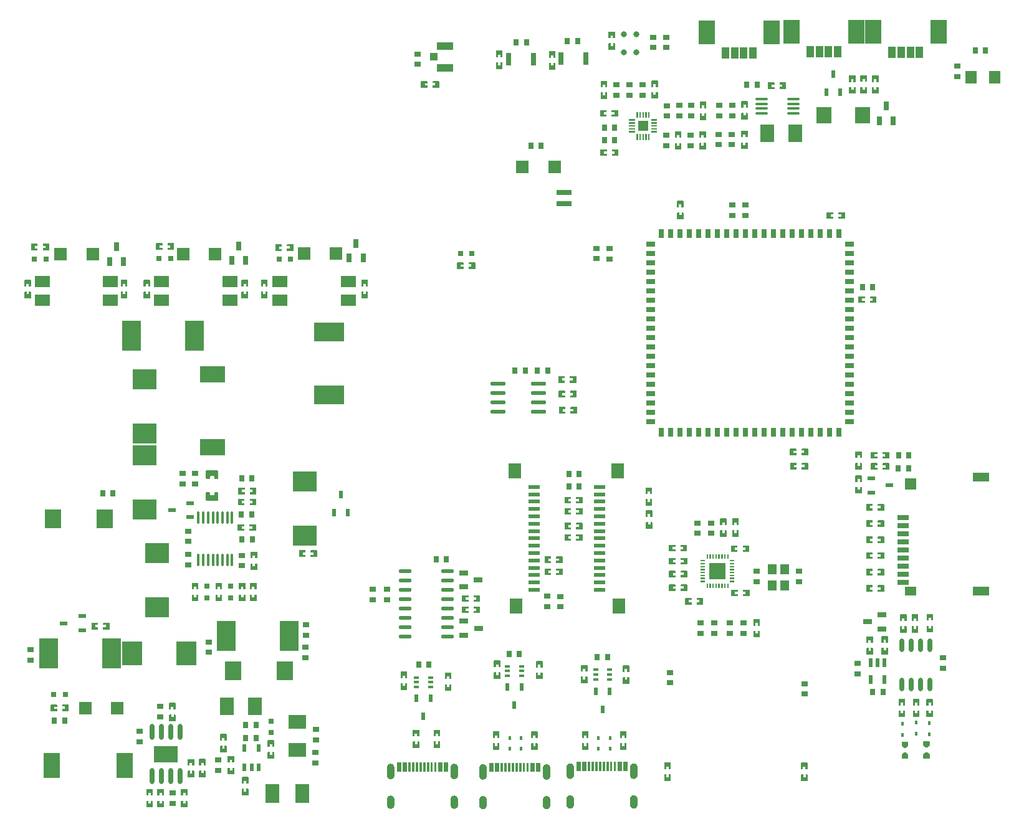
<source format=gtp>
G04*
G04 #@! TF.GenerationSoftware,Altium Limited,Altium Designer,24.10.1 (45)*
G04*
G04 Layer_Color=8421504*
%FSLAX25Y25*%
%MOIN*%
G70*
G04*
G04 #@! TF.SameCoordinates,188A72EA-56D5-4262-AEF0-458277A37510*
G04*
G04*
G04 #@! TF.FilePolarity,Positive*
G04*
G01*
G75*
%ADD23R,0.03150X0.03543*%
%ADD24R,0.07874X0.02756*%
%ADD25R,0.07087X0.06693*%
%ADD26R,0.02362X0.04213*%
%ADD27R,0.03071X0.01378*%
%ADD28O,0.08051X0.02315*%
%ADD29R,0.08691X0.10205*%
%ADD30R,0.03543X0.03150*%
%ADD31R,0.09354X0.07480*%
%ADD32R,0.07480X0.09354*%
%ADD33R,0.12992X0.10630*%
%ADD34R,0.07480X0.09843*%
%ADD35R,0.03150X0.03150*%
%ADD36R,0.02362X0.04331*%
%ADD37R,0.03150X0.03150*%
%ADD38R,0.09055X0.13780*%
%ADD39R,0.04213X0.02362*%
%ADD40O,0.02756X0.08661*%
%ADD41R,0.12992X0.09055*%
%ADD42R,0.09921X0.15984*%
%ADD43R,0.10630X0.12992*%
%ADD44O,0.01350X0.06817*%
%ADD45R,0.13780X0.09055*%
%ADD46R,0.03950X0.05918*%
%ADD47R,0.09068X0.12611*%
%ADD48R,0.15984X0.09921*%
%ADD49R,0.02953X0.04724*%
%ADD50R,0.04724X0.02953*%
%ADD51R,0.02756X0.04921*%
%ADD52R,0.07874X0.05906*%
%ADD53R,0.05847X0.06803*%
%ADD54R,0.08661X0.04134*%
%ADD55R,0.04134X0.03937*%
%ADD56R,0.03150X0.06693*%
%ADD57O,0.06661X0.01433*%
%ADD58C,0.03150*%
%ADD59R,0.04724X0.05512*%
%ADD60O,0.02480X0.07343*%
%ADD61R,0.01575X0.02362*%
%ADD62R,0.04921X0.02756*%
%ADD63R,0.01929X0.04626*%
%ADD64R,0.01929X0.04555*%
%ADD65O,0.06870X0.02205*%
%ADD66R,0.06693X0.07874*%
%ADD67R,0.05906X0.01968*%
%ADD68R,0.05906X0.06299*%
%ADD69R,0.08661X0.04724*%
%ADD70R,0.05906X0.04724*%
%ADD71R,0.06299X0.02756*%
%ADD72R,0.08061X0.08823*%
G36*
X331845Y429428D02*
Y426279D01*
X331648Y426082D01*
X330695D01*
Y427538D01*
X329396D01*
Y426082D01*
X328499D01*
X328302Y426279D01*
Y429428D01*
X328499Y429625D01*
X331648D01*
X331845Y429428D01*
D02*
G37*
G36*
X331845Y423168D02*
Y420019D01*
X331648Y419822D01*
X328499D01*
X328302Y420019D01*
Y423168D01*
X328499Y423365D01*
X329451D01*
Y421908D01*
X330751D01*
Y423365D01*
X331648D01*
X331845Y423168D01*
D02*
G37*
G36*
X271617Y419159D02*
Y416010D01*
X271420Y415813D01*
X270467D01*
Y417269D01*
X269168D01*
Y415813D01*
X268271D01*
X268074Y416010D01*
Y419159D01*
X268271Y419356D01*
X271420D01*
X271617Y419159D01*
D02*
G37*
G36*
X299967Y418858D02*
Y415709D01*
X299770Y415512D01*
X298817D01*
Y416969D01*
X297518D01*
Y415512D01*
X296620D01*
X296424Y415709D01*
Y418858D01*
X296620Y419055D01*
X299770D01*
X299967Y418858D01*
D02*
G37*
G36*
X271617Y412899D02*
Y409750D01*
X271420Y409553D01*
X268270D01*
X268074Y409750D01*
Y412899D01*
X268270Y413096D01*
X269223D01*
Y411639D01*
X270522D01*
Y413096D01*
X271420D01*
X271617Y412899D01*
D02*
G37*
G36*
X299967Y412598D02*
Y409449D01*
X299770Y409252D01*
X296620D01*
X296423Y409449D01*
Y412598D01*
X296620Y412795D01*
X297573D01*
Y411339D01*
X298872D01*
Y412795D01*
X299770D01*
X299967Y412598D01*
D02*
G37*
G36*
X466541Y406040D02*
Y402891D01*
X466344Y402694D01*
X465392D01*
Y404151D01*
X464092D01*
Y402694D01*
X463195D01*
X462998Y402891D01*
Y406040D01*
X463195Y406237D01*
X466344D01*
X466541Y406040D01*
D02*
G37*
G36*
X472702Y406004D02*
Y402854D01*
X472505Y402657D01*
X471552D01*
Y404114D01*
X470253D01*
Y402657D01*
X469355D01*
X469159Y402854D01*
Y406004D01*
X469355Y406201D01*
X472505D01*
X472702Y406004D01*
D02*
G37*
G36*
X460512Y406004D02*
Y402854D01*
X460315Y402657D01*
X459362D01*
Y404114D01*
X458063D01*
Y402657D01*
X457166D01*
X456969Y402854D01*
Y406004D01*
X457166Y406200D01*
X460315D01*
X460512Y406004D01*
D02*
G37*
G36*
X354746Y403331D02*
Y400181D01*
X354549Y399984D01*
X353596D01*
Y401441D01*
X352297D01*
Y399984D01*
X351400D01*
X351203Y400181D01*
Y403331D01*
X351400Y403528D01*
X354549D01*
X354746Y403331D01*
D02*
G37*
G36*
X327650Y403127D02*
Y399978D01*
X327453Y399781D01*
X326500D01*
Y401237D01*
X325201D01*
Y399781D01*
X324304D01*
X324107Y399978D01*
Y403127D01*
X324304Y403324D01*
X327453D01*
X327650Y403127D01*
D02*
G37*
G36*
X231517Y402926D02*
Y401973D01*
X230060D01*
Y400674D01*
X231517D01*
Y399776D01*
X231320Y399579D01*
X228170D01*
X227974Y399776D01*
Y402926D01*
X228170Y403123D01*
X231320D01*
X231517Y402926D01*
D02*
G37*
G36*
X237777Y402925D02*
Y399776D01*
X237580Y399579D01*
X234430D01*
X234233Y399776D01*
Y400729D01*
X235690D01*
Y402028D01*
X234233D01*
Y402925D01*
X234430Y403122D01*
X237580D01*
X237777Y402925D01*
D02*
G37*
G36*
X417030Y402202D02*
Y401249D01*
X415574D01*
Y399949D01*
X417030D01*
Y399052D01*
X416833Y398855D01*
X413684D01*
X413487Y399052D01*
Y402202D01*
X413684Y402398D01*
X416833D01*
X417030Y402202D01*
D02*
G37*
G36*
X423290Y402201D02*
Y399052D01*
X423093Y398855D01*
X419944D01*
X419747Y399052D01*
Y400005D01*
X421204D01*
Y401304D01*
X419747D01*
Y402201D01*
X419944Y402398D01*
X423093D01*
X423290Y402201D01*
D02*
G37*
G36*
X466541Y399781D02*
Y396631D01*
X466344Y396434D01*
X463195D01*
X462998Y396631D01*
Y399781D01*
X463195Y399977D01*
X464148D01*
Y398521D01*
X465447D01*
Y399977D01*
X466344D01*
X466541Y399781D01*
D02*
G37*
G36*
X472702Y399744D02*
Y396594D01*
X472505Y396397D01*
X469355D01*
X469158Y396594D01*
Y399744D01*
X469355Y399941D01*
X470308D01*
Y398484D01*
X471607D01*
Y399941D01*
X472505D01*
X472702Y399744D01*
D02*
G37*
G36*
X460512Y399744D02*
Y396594D01*
X460315Y396397D01*
X457165D01*
X456969Y396594D01*
Y399744D01*
X457165Y399940D01*
X458118D01*
Y398484D01*
X459418D01*
Y399940D01*
X460315D01*
X460512Y399744D01*
D02*
G37*
G36*
X354746Y397071D02*
Y393921D01*
X354549Y393724D01*
X351399D01*
X351203Y393921D01*
Y397071D01*
X351399Y397268D01*
X352352D01*
Y395811D01*
X353652D01*
Y397268D01*
X354549D01*
X354746Y397071D01*
D02*
G37*
G36*
X327650Y396867D02*
Y393718D01*
X327453Y393521D01*
X324303D01*
X324107Y393718D01*
Y396867D01*
X324303Y397064D01*
X325256D01*
Y395607D01*
X326555D01*
Y397064D01*
X327453D01*
X327650Y396867D01*
D02*
G37*
G36*
X402868Y392258D02*
Y389108D01*
X402671Y388911D01*
X401718D01*
Y390368D01*
X400419D01*
Y388911D01*
X399522D01*
X399325Y389108D01*
Y392258D01*
X399522Y392455D01*
X402671D01*
X402868Y392258D01*
D02*
G37*
G36*
X380672Y391938D02*
Y388788D01*
X380475Y388592D01*
X379522D01*
Y390048D01*
X378223D01*
Y388592D01*
X377325D01*
X377129Y388788D01*
Y391938D01*
X377325Y392135D01*
X380475D01*
X380672Y391938D01*
D02*
G37*
G36*
X402868Y385998D02*
Y382848D01*
X402671Y382651D01*
X399521D01*
X399325Y382848D01*
Y385998D01*
X399521Y386195D01*
X400474D01*
Y384738D01*
X401774D01*
Y386195D01*
X402671D01*
X402868Y385998D01*
D02*
G37*
G36*
X380672Y385678D02*
Y382528D01*
X380475Y382332D01*
X377325D01*
X377128Y382528D01*
Y385678D01*
X377325Y385875D01*
X378278D01*
Y384418D01*
X379577D01*
Y385875D01*
X380475D01*
X380672Y385678D01*
D02*
G37*
G36*
X327253Y387352D02*
Y386399D01*
X325797D01*
Y385100D01*
X327253D01*
Y384203D01*
X327056Y384006D01*
X323907D01*
X323710Y384203D01*
Y387352D01*
X323907Y387549D01*
X327056D01*
X327253Y387352D01*
D02*
G37*
G36*
X333513Y387352D02*
Y384203D01*
X333316Y384006D01*
X330167D01*
X329970Y384203D01*
Y385155D01*
X331427D01*
Y386455D01*
X329970D01*
Y387352D01*
X330167Y387549D01*
X333316D01*
X333513Y387352D01*
D02*
G37*
G36*
X350353Y383478D02*
X349566D01*
Y386628D01*
X350353D01*
Y383478D01*
D02*
G37*
G36*
X348778D02*
X347991D01*
Y386628D01*
X348778D01*
Y383478D01*
D02*
G37*
G36*
X347204D02*
X346417D01*
Y386628D01*
X347204D01*
Y383478D01*
D02*
G37*
G36*
X345629D02*
X344842D01*
Y386628D01*
X345629D01*
Y383478D01*
D02*
G37*
G36*
X344054D02*
X343267D01*
Y386628D01*
X344054D01*
Y383478D01*
D02*
G37*
G36*
X354290Y381904D02*
X351140D01*
Y382691D01*
X354290D01*
Y381904D01*
D02*
G37*
G36*
X342479D02*
X339329D01*
Y382691D01*
X342479D01*
Y381904D01*
D02*
G37*
G36*
X354290Y380329D02*
X351140D01*
Y381116D01*
X354290D01*
Y380329D01*
D02*
G37*
G36*
X342479D02*
X339329D01*
Y381116D01*
X342479D01*
Y380329D01*
D02*
G37*
G36*
X354290Y378755D02*
X351140D01*
Y379542D01*
X354290D01*
Y378755D01*
D02*
G37*
G36*
X342479D02*
X339329D01*
Y379542D01*
X342479D01*
Y378755D01*
D02*
G37*
G36*
X354290Y377180D02*
X351140D01*
Y377967D01*
X354290D01*
Y377180D01*
D02*
G37*
G36*
X342479D02*
X339329D01*
Y377967D01*
X342479D01*
Y377180D01*
D02*
G37*
G36*
X349487Y376470D02*
X344132D01*
Y381825D01*
X349487D01*
Y376470D01*
D02*
G37*
G36*
X354290Y375605D02*
X351140D01*
Y376392D01*
X354290D01*
Y375605D01*
D02*
G37*
G36*
X342479D02*
X339329D01*
Y376392D01*
X342479D01*
Y375605D01*
D02*
G37*
G36*
X402728Y376392D02*
Y373242D01*
X402531Y373045D01*
X401579D01*
Y374502D01*
X400279D01*
Y373045D01*
X399382D01*
X399185Y373242D01*
Y376392D01*
X399382Y376588D01*
X402531D01*
X402728Y376392D01*
D02*
G37*
G36*
X380376Y376072D02*
Y372922D01*
X380180Y372725D01*
X379227D01*
Y374182D01*
X377927D01*
Y372725D01*
X377030D01*
X376833Y372922D01*
Y376072D01*
X377030Y376269D01*
X380180D01*
X380376Y376072D01*
D02*
G37*
G36*
X367257Y376035D02*
Y372886D01*
X367061Y372689D01*
X366108D01*
Y374146D01*
X364809D01*
Y372689D01*
X363911D01*
X363714Y372886D01*
Y376035D01*
X363911Y376232D01*
X367061D01*
X367257Y376035D01*
D02*
G37*
G36*
X350352Y371667D02*
X349565D01*
Y374817D01*
X350352D01*
Y371667D01*
D02*
G37*
G36*
X348777D02*
X347990D01*
Y374817D01*
X348777D01*
Y371667D01*
D02*
G37*
G36*
X347203D02*
X346416D01*
Y374817D01*
X347203D01*
Y371667D01*
D02*
G37*
G36*
X345628D02*
X344841D01*
Y374817D01*
X345628D01*
Y371667D01*
D02*
G37*
G36*
X344053D02*
X343266D01*
Y374817D01*
X344053D01*
Y371667D01*
D02*
G37*
G36*
X402728Y370132D02*
Y366982D01*
X402531Y366785D01*
X399382D01*
X399185Y366982D01*
Y370132D01*
X399382Y370328D01*
X400335D01*
Y368872D01*
X401634D01*
Y370328D01*
X402531D01*
X402728Y370132D01*
D02*
G37*
G36*
X380376Y369812D02*
Y366662D01*
X380179Y366465D01*
X377030D01*
X376833Y366662D01*
Y369812D01*
X377030Y370009D01*
X377983D01*
Y368552D01*
X379282D01*
Y370009D01*
X380179D01*
X380376Y369812D01*
D02*
G37*
G36*
X367257Y369776D02*
Y366626D01*
X367060Y366429D01*
X363911D01*
X363714Y366626D01*
Y369776D01*
X363911Y369972D01*
X364864D01*
Y368516D01*
X366163D01*
Y369972D01*
X367060D01*
X367257Y369776D01*
D02*
G37*
G36*
X327418Y366389D02*
Y365436D01*
X325961D01*
Y364137D01*
X327418D01*
Y363239D01*
X327221Y363042D01*
X324071D01*
X323874Y363239D01*
Y366389D01*
X324071Y366585D01*
X327221D01*
X327418Y366389D01*
D02*
G37*
G36*
X333678Y366389D02*
Y363239D01*
X333481Y363042D01*
X330331D01*
X330134Y363239D01*
Y364192D01*
X331591D01*
Y365491D01*
X330134D01*
Y366389D01*
X330331Y366585D01*
X333481D01*
X333678Y366389D01*
D02*
G37*
G36*
X368474Y338913D02*
Y335763D01*
X368277Y335566D01*
X367324D01*
Y337023D01*
X366025D01*
Y335566D01*
X365127D01*
X364931Y335763D01*
Y338913D01*
X365127Y339110D01*
X368277D01*
X368474Y338913D01*
D02*
G37*
G36*
X368474Y332653D02*
Y329503D01*
X368277Y329307D01*
X365127D01*
X364931Y329503D01*
Y332653D01*
X365127Y332850D01*
X366080D01*
Y331393D01*
X367379D01*
Y332850D01*
X368277D01*
X368474Y332653D01*
D02*
G37*
G36*
X448558Y332772D02*
Y331819D01*
X447101D01*
Y330520D01*
X448558D01*
Y329622D01*
X448361Y329425D01*
X445211D01*
X445014Y329622D01*
Y332772D01*
X445211Y332969D01*
X448361D01*
X448558Y332772D01*
D02*
G37*
G36*
X454818Y332772D02*
Y329622D01*
X454621Y329425D01*
X451471D01*
X451274Y329622D01*
Y330575D01*
X452731D01*
Y331874D01*
X451274D01*
Y332772D01*
X451471Y332968D01*
X454621D01*
X454818Y332772D01*
D02*
G37*
G36*
X89710Y316154D02*
Y315201D01*
X88253D01*
Y313902D01*
X89710D01*
Y313004D01*
X89513Y312807D01*
X86363D01*
X86167Y313004D01*
Y316154D01*
X86363Y316351D01*
X89513D01*
X89710Y316154D01*
D02*
G37*
G36*
X95970Y316154D02*
Y313004D01*
X95773Y312807D01*
X92623D01*
X92426Y313004D01*
Y313957D01*
X93883D01*
Y315256D01*
X92426D01*
Y316154D01*
X92623Y316351D01*
X95773D01*
X95970Y316154D01*
D02*
G37*
G36*
X23013Y315900D02*
Y314947D01*
X21556D01*
Y313648D01*
X23013D01*
Y312750D01*
X22816Y312553D01*
X19666D01*
X19469Y312750D01*
Y315900D01*
X19666Y316097D01*
X22816D01*
X23013Y315900D01*
D02*
G37*
G36*
X29272Y315900D02*
Y312750D01*
X29076Y312553D01*
X25926D01*
X25729Y312750D01*
Y313703D01*
X27186D01*
Y315002D01*
X25729D01*
Y315900D01*
X25926Y316096D01*
X29076D01*
X29272Y315900D01*
D02*
G37*
G36*
X153642Y315575D02*
Y314622D01*
X152185D01*
Y313323D01*
X153642D01*
Y312425D01*
X153445Y312228D01*
X150295D01*
X150098Y312425D01*
Y315575D01*
X150295Y315772D01*
X153445D01*
X153642Y315575D01*
D02*
G37*
G36*
X159902Y315575D02*
Y312425D01*
X159705Y312228D01*
X156555D01*
X156358Y312425D01*
Y313378D01*
X157815D01*
Y314677D01*
X156358D01*
Y315575D01*
X156555Y315772D01*
X159705D01*
X159902Y315575D01*
D02*
G37*
G36*
X250810Y305934D02*
Y304981D01*
X249353D01*
Y303682D01*
X250810D01*
Y302784D01*
X250613Y302587D01*
X247463D01*
X247266Y302784D01*
Y305934D01*
X247463Y306131D01*
X250613D01*
X250810Y305934D01*
D02*
G37*
G36*
X257069Y305934D02*
Y302784D01*
X256873Y302587D01*
X253723D01*
X253526Y302784D01*
Y303737D01*
X254983D01*
Y305036D01*
X253526D01*
Y305934D01*
X253723Y306131D01*
X256873D01*
X257069Y305934D01*
D02*
G37*
G36*
X199604Y296549D02*
Y293400D01*
X199407Y293203D01*
X198455D01*
Y294659D01*
X197155D01*
Y293203D01*
X196258D01*
X196061Y293400D01*
Y296549D01*
X196258Y296746D01*
X199407D01*
X199604Y296549D01*
D02*
G37*
G36*
X146018D02*
Y293400D01*
X145821Y293203D01*
X144868D01*
Y294659D01*
X143569D01*
Y293203D01*
X142672D01*
X142475Y293400D01*
Y296549D01*
X142672Y296746D01*
X145821D01*
X146018Y296549D01*
D02*
G37*
G36*
X135563D02*
Y293400D01*
X135366Y293203D01*
X134414D01*
Y294659D01*
X133114D01*
Y293203D01*
X132217D01*
X132020Y293400D01*
Y296549D01*
X132217Y296746D01*
X135366D01*
X135563Y296549D01*
D02*
G37*
G36*
X83195D02*
Y293400D01*
X82998Y293203D01*
X82045D01*
Y294659D01*
X80746D01*
Y293203D01*
X79849D01*
X79652Y293400D01*
Y296549D01*
X79849Y296746D01*
X82998D01*
X83195Y296549D01*
D02*
G37*
G36*
X70990D02*
Y293400D01*
X70793Y293203D01*
X69841D01*
Y294659D01*
X68541D01*
Y293203D01*
X67644D01*
X67447Y293400D01*
Y296549D01*
X67644Y296746D01*
X70793D01*
X70990Y296549D01*
D02*
G37*
G36*
X19453D02*
Y293400D01*
X19256Y293203D01*
X18303D01*
Y294659D01*
X17004D01*
Y293203D01*
X16107D01*
X15910Y293400D01*
Y296549D01*
X16107Y296746D01*
X19256D01*
X19453Y296549D01*
D02*
G37*
G36*
X199604Y290289D02*
Y287140D01*
X199407Y286943D01*
X196258D01*
X196061Y287140D01*
Y290289D01*
X196258Y290486D01*
X197211D01*
Y289029D01*
X198510D01*
Y290486D01*
X199407D01*
X199604Y290289D01*
D02*
G37*
G36*
X146018D02*
Y287140D01*
X145821Y286943D01*
X142671D01*
X142474Y287140D01*
Y290289D01*
X142671Y290486D01*
X143624D01*
Y289029D01*
X144923D01*
Y290486D01*
X145821D01*
X146018Y290289D01*
D02*
G37*
G36*
X135563D02*
Y287140D01*
X135366Y286943D01*
X132217D01*
X132020Y287140D01*
Y290289D01*
X132217Y290486D01*
X133170D01*
Y289029D01*
X134469D01*
Y290486D01*
X135366D01*
X135563Y290289D01*
D02*
G37*
G36*
X83195D02*
Y287140D01*
X82998Y286943D01*
X79848D01*
X79652Y287140D01*
Y290289D01*
X79848Y290486D01*
X80801D01*
Y289029D01*
X82101D01*
Y290486D01*
X82998D01*
X83195Y290289D01*
D02*
G37*
G36*
X70990D02*
Y287140D01*
X70793Y286943D01*
X67644D01*
X67447Y287140D01*
Y290289D01*
X67644Y290486D01*
X68597D01*
Y289029D01*
X69896D01*
Y290486D01*
X70793D01*
X70990Y290289D01*
D02*
G37*
G36*
X19453D02*
Y287140D01*
X19256Y286943D01*
X16106D01*
X15910Y287140D01*
Y290289D01*
X16106Y290486D01*
X17059D01*
Y289029D01*
X18359D01*
Y290486D01*
X19256D01*
X19453Y290289D01*
D02*
G37*
G36*
X465374Y287795D02*
Y286842D01*
X463917D01*
Y285543D01*
X465374D01*
Y284646D01*
X465177Y284449D01*
X462028D01*
X461831Y284646D01*
Y287795D01*
X462028Y287992D01*
X465177D01*
X465374Y287795D01*
D02*
G37*
G36*
X471634Y287795D02*
Y284646D01*
X471437Y284449D01*
X468288D01*
X468091Y284646D01*
Y285598D01*
X469547D01*
Y286898D01*
X468091D01*
Y287795D01*
X468288Y287992D01*
X471437D01*
X471634Y287795D01*
D02*
G37*
G36*
X304909Y245014D02*
Y244061D01*
X303453D01*
Y242762D01*
X304909D01*
Y241864D01*
X304713Y241667D01*
X301563D01*
X301366Y241864D01*
Y245014D01*
X301563Y245211D01*
X304713D01*
X304909Y245014D01*
D02*
G37*
G36*
X311169Y245013D02*
Y241864D01*
X310973Y241667D01*
X307823D01*
X307626Y241864D01*
Y242817D01*
X309083D01*
Y244116D01*
X307626D01*
Y245013D01*
X307823Y245210D01*
X310973D01*
X311169Y245013D01*
D02*
G37*
G36*
X305091Y237173D02*
Y236220D01*
X303634D01*
Y234921D01*
X305091D01*
Y234023D01*
X304894Y233826D01*
X301745D01*
X301548Y234023D01*
Y237173D01*
X301745Y237369D01*
X304894D01*
X305091Y237173D01*
D02*
G37*
G36*
X311351Y237173D02*
Y234023D01*
X311154Y233826D01*
X308004D01*
X307808Y234023D01*
Y234976D01*
X309264D01*
Y236275D01*
X307808D01*
Y237173D01*
X308004Y237369D01*
X311154D01*
X311351Y237173D01*
D02*
G37*
G36*
X305306Y228551D02*
Y227598D01*
X303849D01*
Y226299D01*
X305306D01*
Y225401D01*
X305109Y225204D01*
X301959D01*
X301762Y225401D01*
Y228551D01*
X301959Y228748D01*
X305109D01*
X305306Y228551D01*
D02*
G37*
G36*
X311565Y228551D02*
Y225401D01*
X311369Y225204D01*
X308219D01*
X308022Y225401D01*
Y226354D01*
X309479D01*
Y227653D01*
X308022D01*
Y228551D01*
X308219Y228747D01*
X311369D01*
X311565Y228551D01*
D02*
G37*
G36*
X428815Y206266D02*
Y205313D01*
X427358D01*
Y204014D01*
X428815D01*
Y203117D01*
X428618Y202920D01*
X425468D01*
X425272Y203117D01*
Y206266D01*
X425468Y206463D01*
X428618D01*
X428815Y206266D01*
D02*
G37*
G36*
X435075Y206266D02*
Y203116D01*
X434878Y202920D01*
X431728D01*
X431531Y203116D01*
Y204069D01*
X432988D01*
Y205369D01*
X431531D01*
Y206266D01*
X431728Y206463D01*
X434878D01*
X435075Y206266D01*
D02*
G37*
G36*
X463876Y204741D02*
Y201592D01*
X463679Y201395D01*
X462726D01*
Y202852D01*
X461427D01*
Y201395D01*
X460529D01*
X460332Y201592D01*
Y204741D01*
X460529Y204938D01*
X463679D01*
X463876Y204741D01*
D02*
G37*
G36*
X472117Y204429D02*
Y203476D01*
X470660D01*
Y202176D01*
X472117D01*
Y201279D01*
X471920Y201082D01*
X468770D01*
X468573Y201279D01*
Y204429D01*
X468770Y204625D01*
X471920D01*
X472117Y204429D01*
D02*
G37*
G36*
X478376Y204428D02*
Y201279D01*
X478180Y201082D01*
X475030D01*
X474833Y201279D01*
Y202232D01*
X476290D01*
Y203531D01*
X474833D01*
Y204428D01*
X475030Y204625D01*
X478180D01*
X478376Y204428D01*
D02*
G37*
G36*
X463876Y198481D02*
Y195332D01*
X463679Y195135D01*
X460529D01*
X460332Y195332D01*
Y198481D01*
X460529Y198678D01*
X461482D01*
Y197222D01*
X462781D01*
Y198678D01*
X463679D01*
X463876Y198481D01*
D02*
G37*
G36*
X428957Y198622D02*
Y197669D01*
X427500D01*
Y196370D01*
X428957D01*
Y195473D01*
X428760Y195276D01*
X425610D01*
X425413Y195473D01*
Y198622D01*
X425610Y198819D01*
X428760D01*
X428957Y198622D01*
D02*
G37*
G36*
X435217Y198622D02*
Y195472D01*
X435020Y195275D01*
X431870D01*
X431673Y195472D01*
Y196425D01*
X433130D01*
Y197724D01*
X431673D01*
Y198622D01*
X431870Y198819D01*
X435020D01*
X435217Y198622D01*
D02*
G37*
G36*
X472190Y198478D02*
Y197526D01*
X470733D01*
Y196226D01*
X472190D01*
Y195329D01*
X471993Y195132D01*
X468844D01*
X468647Y195329D01*
Y198478D01*
X468844Y198675D01*
X471993D01*
X472190Y198478D01*
D02*
G37*
G36*
X478450Y198478D02*
Y195329D01*
X478253Y195132D01*
X475104D01*
X474907Y195329D01*
Y196282D01*
X476363D01*
Y197581D01*
X474907D01*
Y198478D01*
X475104Y198675D01*
X478253D01*
X478450Y198478D01*
D02*
G37*
G36*
X119687Y194419D02*
Y190453D01*
X119293Y190059D01*
X117871D01*
X117477Y190453D01*
Y191282D01*
X117083Y191675D01*
X115594D01*
X115200Y191282D01*
Y190453D01*
X114806Y190059D01*
X113384D01*
X112990Y190453D01*
Y194419D01*
X113384Y194813D01*
X119293D01*
X119687Y194419D01*
D02*
G37*
G36*
X463876Y191952D02*
Y188803D01*
X463679Y188606D01*
X462726D01*
Y190062D01*
X461427D01*
Y188606D01*
X460529D01*
X460332Y188803D01*
Y191952D01*
X460529Y192149D01*
X463679D01*
X463876Y191952D01*
D02*
G37*
G36*
X463876Y185692D02*
Y182543D01*
X463679Y182346D01*
X460529D01*
X460332Y182543D01*
Y185692D01*
X460529Y185889D01*
X461482D01*
Y184432D01*
X462781D01*
Y185889D01*
X463679D01*
X463876Y185692D01*
D02*
G37*
G36*
X351625Y185409D02*
Y182260D01*
X351428Y182063D01*
X350475D01*
Y183519D01*
X349176D01*
Y182063D01*
X348278D01*
X348081Y182260D01*
Y185409D01*
X348278Y185606D01*
X351428D01*
X351625Y185409D01*
D02*
G37*
G36*
X133698Y185343D02*
Y184390D01*
X132241D01*
Y183091D01*
X133698D01*
Y182193D01*
X133501Y181997D01*
X130351D01*
X130155Y182193D01*
Y185343D01*
X130351Y185540D01*
X133501D01*
X133698Y185343D01*
D02*
G37*
G36*
X139958Y185343D02*
Y182193D01*
X139761Y181996D01*
X136611D01*
X136414Y182193D01*
Y183146D01*
X137871D01*
Y184445D01*
X136414D01*
Y185343D01*
X136611Y185540D01*
X139761D01*
X139958Y185343D01*
D02*
G37*
G36*
X119687Y182776D02*
Y178809D01*
X119293Y178415D01*
X113384D01*
X112990Y178809D01*
Y182776D01*
X113384Y183169D01*
X114806D01*
X115200Y182776D01*
Y181947D01*
X115594Y181553D01*
X117083D01*
X117477Y181947D01*
Y182776D01*
X117871Y183169D01*
X119293D01*
X119687Y182776D01*
D02*
G37*
G36*
X351625Y179149D02*
Y176000D01*
X351428Y175803D01*
X348278D01*
X348081Y176000D01*
Y179149D01*
X348278Y179346D01*
X349231D01*
Y177889D01*
X350530D01*
Y179346D01*
X351428D01*
X351625Y179149D01*
D02*
G37*
G36*
X308259Y180467D02*
Y179515D01*
X306803D01*
Y178215D01*
X308259D01*
Y177318D01*
X308062Y177121D01*
X304913D01*
X304716Y177318D01*
Y180467D01*
X304913Y180664D01*
X308062D01*
X308259Y180467D01*
D02*
G37*
G36*
X314519Y180467D02*
Y177318D01*
X314322Y177121D01*
X311173D01*
X310976Y177318D01*
Y178271D01*
X312433D01*
Y179570D01*
X310976D01*
Y180467D01*
X311173Y180664D01*
X314322D01*
X314519Y180467D01*
D02*
G37*
G36*
X133696Y179471D02*
Y178518D01*
X132239D01*
Y177219D01*
X133696D01*
Y176321D01*
X133499Y176124D01*
X130349D01*
X130153Y176321D01*
Y179471D01*
X130349Y179667D01*
X133499D01*
X133696Y179471D01*
D02*
G37*
G36*
X139956Y179471D02*
Y176321D01*
X139759Y176124D01*
X136609D01*
X136413Y176321D01*
Y177274D01*
X137869D01*
Y178573D01*
X136413D01*
Y179471D01*
X136609Y179667D01*
X139759D01*
X139956Y179471D01*
D02*
G37*
G36*
X469620Y176649D02*
Y175696D01*
X468163D01*
Y174397D01*
X469620D01*
Y173499D01*
X469423Y173302D01*
X466273D01*
X466077Y173499D01*
Y176649D01*
X466273Y176846D01*
X469423D01*
X469620Y176649D01*
D02*
G37*
G36*
X475880Y176649D02*
Y173499D01*
X475683Y173302D01*
X472533D01*
X472336Y173499D01*
Y174452D01*
X473793D01*
Y175751D01*
X472336D01*
Y176649D01*
X472533Y176846D01*
X475683D01*
X475880Y176649D01*
D02*
G37*
G36*
X308259Y174402D02*
Y173449D01*
X306803D01*
Y172150D01*
X308259D01*
Y171253D01*
X308062Y171056D01*
X304913D01*
X304716Y171253D01*
Y174402D01*
X304913Y174599D01*
X308062D01*
X308259Y174402D01*
D02*
G37*
G36*
X314519Y174402D02*
Y171252D01*
X314322Y171055D01*
X311173D01*
X310976Y171252D01*
Y172205D01*
X312433D01*
Y173504D01*
X310976D01*
Y174402D01*
X311173Y174599D01*
X314322D01*
X314519Y174402D01*
D02*
G37*
G36*
X351793Y173249D02*
Y170100D01*
X351596Y169903D01*
X350643D01*
Y171360D01*
X349344D01*
Y169903D01*
X348447D01*
X348250Y170100D01*
Y173249D01*
X348447Y173446D01*
X351596D01*
X351793Y173249D01*
D02*
G37*
G36*
X351793Y166990D02*
Y163840D01*
X351596Y163643D01*
X348446D01*
X348250Y163840D01*
Y166990D01*
X348446Y167186D01*
X349399D01*
Y165730D01*
X350699D01*
Y167186D01*
X351596D01*
X351793Y166990D01*
D02*
G37*
G36*
X397972Y168816D02*
Y165666D01*
X397775Y165469D01*
X396822D01*
Y166926D01*
X395523D01*
Y165469D01*
X394625D01*
X394428Y165666D01*
Y168816D01*
X394625Y169012D01*
X397775D01*
X397972Y168816D01*
D02*
G37*
G36*
X391558D02*
Y165666D01*
X391361Y165469D01*
X390408D01*
Y166926D01*
X389109D01*
Y165469D01*
X388212D01*
X388015Y165666D01*
Y168816D01*
X388212Y169012D01*
X391361D01*
X391558Y168816D01*
D02*
G37*
G36*
X469620Y167885D02*
Y166932D01*
X468163D01*
Y165633D01*
X469620D01*
Y164735D01*
X469423Y164538D01*
X466273D01*
X466077Y164735D01*
Y167885D01*
X466273Y168081D01*
X469423D01*
X469620Y167885D01*
D02*
G37*
G36*
X475880Y167885D02*
Y164735D01*
X475683Y164538D01*
X472533D01*
X472336Y164735D01*
Y165688D01*
X473793D01*
Y166987D01*
X472336D01*
Y167885D01*
X472533Y168081D01*
X475683D01*
X475880Y167885D01*
D02*
G37*
G36*
X308259Y166572D02*
Y165619D01*
X306803D01*
Y164320D01*
X308259D01*
Y163422D01*
X308062Y163225D01*
X304913D01*
X304716Y163422D01*
Y166572D01*
X304913Y166769D01*
X308062D01*
X308259Y166572D01*
D02*
G37*
G36*
X314519Y166572D02*
Y163422D01*
X314322Y163225D01*
X311173D01*
X310976Y163422D01*
Y164375D01*
X312433D01*
Y165674D01*
X310976D01*
Y166572D01*
X311173Y166769D01*
X314322D01*
X314519Y166572D01*
D02*
G37*
G36*
X133536Y165787D02*
Y164834D01*
X132079D01*
Y163535D01*
X133536D01*
Y162637D01*
X133339Y162441D01*
X130189D01*
X129992Y162637D01*
Y165787D01*
X130189Y165984D01*
X133339D01*
X133536Y165787D01*
D02*
G37*
G36*
X139795Y165787D02*
Y162637D01*
X139599Y162440D01*
X136449D01*
X136252Y162637D01*
Y163590D01*
X137709D01*
Y164889D01*
X136252D01*
Y165787D01*
X136449Y165984D01*
X139599D01*
X139795Y165787D01*
D02*
G37*
G36*
X397972Y162556D02*
Y159406D01*
X397775Y159209D01*
X394625D01*
X394428Y159406D01*
Y162556D01*
X394625Y162752D01*
X395578D01*
Y161296D01*
X396877D01*
Y162752D01*
X397775D01*
X397972Y162556D01*
D02*
G37*
G36*
X391558D02*
Y159406D01*
X391361Y159209D01*
X388211D01*
X388015Y159406D01*
Y162556D01*
X388211Y162752D01*
X389164D01*
Y161296D01*
X390463D01*
Y162752D01*
X391361D01*
X391558Y162556D01*
D02*
G37*
G36*
X308259Y160416D02*
Y159463D01*
X306803D01*
Y158164D01*
X308259D01*
Y157266D01*
X308062Y157070D01*
X304913D01*
X304716Y157266D01*
Y160416D01*
X304913Y160613D01*
X308062D01*
X308259Y160416D01*
D02*
G37*
G36*
X314519Y160416D02*
Y157266D01*
X314322Y157069D01*
X311173D01*
X310976Y157266D01*
Y158219D01*
X312433D01*
Y159518D01*
X310976D01*
Y160416D01*
X311173Y160613D01*
X314322D01*
X314519Y160416D01*
D02*
G37*
G36*
X469620Y159159D02*
Y158206D01*
X468163D01*
Y156907D01*
X469620D01*
Y156009D01*
X469423Y155813D01*
X466273D01*
X466077Y156009D01*
Y159159D01*
X466273Y159356D01*
X469423D01*
X469620Y159159D01*
D02*
G37*
G36*
X475880Y159159D02*
Y156009D01*
X475683Y155812D01*
X472533D01*
X472336Y156009D01*
Y156962D01*
X473793D01*
Y158261D01*
X472336D01*
Y159159D01*
X472533Y159356D01*
X475683D01*
X475880Y159159D01*
D02*
G37*
G36*
X364046Y154755D02*
Y153803D01*
X362589D01*
Y152503D01*
X364046D01*
Y151606D01*
X363849Y151409D01*
X360699D01*
X360503Y151606D01*
Y154755D01*
X360699Y154952D01*
X363849D01*
X364046Y154755D01*
D02*
G37*
G36*
X370306Y154755D02*
Y151606D01*
X370109Y151409D01*
X366959D01*
X366762Y151606D01*
Y152559D01*
X368219D01*
Y153858D01*
X366762D01*
Y154755D01*
X366959Y154952D01*
X370109D01*
X370306Y154755D01*
D02*
G37*
G36*
X397323Y154365D02*
Y153412D01*
X395866D01*
Y152113D01*
X397323D01*
Y151216D01*
X397126Y151019D01*
X393976D01*
X393779Y151216D01*
Y154365D01*
X393976Y154562D01*
X397126D01*
X397323Y154365D01*
D02*
G37*
G36*
X403582Y154365D02*
Y151215D01*
X403386Y151019D01*
X400236D01*
X400039Y151215D01*
Y152168D01*
X401496D01*
Y153468D01*
X400039D01*
Y154365D01*
X400236Y154562D01*
X403386D01*
X403582Y154365D01*
D02*
G37*
G36*
X166241Y151813D02*
Y150861D01*
X164784D01*
Y149561D01*
X166241D01*
Y148664D01*
X166044Y148467D01*
X162895D01*
X162698Y148664D01*
Y151813D01*
X162895Y152010D01*
X166044D01*
X166241Y151813D01*
D02*
G37*
G36*
X172501Y151813D02*
Y148664D01*
X172304Y148467D01*
X169155D01*
X168958Y148664D01*
Y149617D01*
X170414D01*
Y150916D01*
X168958D01*
Y151813D01*
X169155Y152010D01*
X172304D01*
X172501Y151813D01*
D02*
G37*
G36*
X140394Y151050D02*
Y147900D01*
X140197Y147704D01*
X139244D01*
Y149160D01*
X137945D01*
Y147704D01*
X137047D01*
X136850Y147900D01*
Y151050D01*
X137047Y151247D01*
X140197D01*
X140394Y151050D01*
D02*
G37*
G36*
X392519Y147592D02*
X391731D01*
Y149954D01*
X392519D01*
Y147592D01*
D02*
G37*
G36*
X390944D02*
X390156D01*
Y149954D01*
X390944D01*
Y147592D01*
D02*
G37*
G36*
X389369D02*
X388581D01*
Y149954D01*
X389369D01*
Y147592D01*
D02*
G37*
G36*
X387794D02*
X387006D01*
Y149954D01*
X387794D01*
Y147592D01*
D02*
G37*
G36*
X386220D02*
X385432D01*
Y149954D01*
X386220D01*
Y147592D01*
D02*
G37*
G36*
X384645D02*
X383857D01*
Y149954D01*
X384645D01*
Y147592D01*
D02*
G37*
G36*
X383070D02*
X382282D01*
Y149954D01*
X383070D01*
Y147592D01*
D02*
G37*
G36*
X381495D02*
X380707D01*
Y149954D01*
X381495D01*
Y147592D01*
D02*
G37*
G36*
X469620Y150691D02*
Y149738D01*
X468163D01*
Y148439D01*
X469620D01*
Y147541D01*
X469423Y147344D01*
X466273D01*
X466077Y147541D01*
Y150691D01*
X466273Y150888D01*
X469423D01*
X469620Y150691D01*
D02*
G37*
G36*
X475880Y150690D02*
Y147541D01*
X475683Y147344D01*
X472533D01*
X472336Y147541D01*
Y148494D01*
X473793D01*
Y149793D01*
X472336D01*
Y150690D01*
X472533Y150887D01*
X475683D01*
X475880Y150690D01*
D02*
G37*
G36*
X395668Y146017D02*
X393306D01*
X393306Y146805D01*
X395668D01*
Y146017D01*
D02*
G37*
G36*
X379920Y146805D02*
Y146017D01*
X377558Y146017D01*
Y146805D01*
X379920Y146805D01*
D02*
G37*
G36*
X297595Y148559D02*
Y147606D01*
X296138D01*
Y146307D01*
X297595D01*
Y145409D01*
X297398Y145212D01*
X294248D01*
X294052Y145409D01*
Y148559D01*
X294248Y148756D01*
X297398D01*
X297595Y148559D01*
D02*
G37*
G36*
X303855Y148559D02*
Y145409D01*
X303658Y145212D01*
X300508D01*
X300311Y145409D01*
Y146362D01*
X301768D01*
Y147661D01*
X300311D01*
Y148559D01*
X300508Y148756D01*
X303658D01*
X303855Y148559D01*
D02*
G37*
G36*
X395668Y144442D02*
X393306D01*
Y145230D01*
X395668D01*
Y144442D01*
D02*
G37*
G36*
X379920Y145230D02*
Y144442D01*
X377558Y144442D01*
Y145230D01*
X379920Y145230D01*
D02*
G37*
G36*
X364194Y147777D02*
Y146824D01*
X362738D01*
Y145525D01*
X364194D01*
Y144627D01*
X363998Y144431D01*
X360848D01*
X360651Y144627D01*
Y147777D01*
X360848Y147974D01*
X363998D01*
X364194Y147777D01*
D02*
G37*
G36*
X370454Y147777D02*
Y144627D01*
X370257Y144430D01*
X367108D01*
X366911Y144627D01*
Y145580D01*
X368368D01*
Y146879D01*
X366911D01*
Y147777D01*
X367108Y147974D01*
X370257D01*
X370454Y147777D01*
D02*
G37*
G36*
X140394Y144790D02*
Y141640D01*
X140197Y141444D01*
X137047D01*
X136850Y141640D01*
Y144790D01*
X137047Y144987D01*
X138000D01*
Y143530D01*
X139299D01*
Y144987D01*
X140197D01*
X140394Y144790D01*
D02*
G37*
G36*
X395668Y142867D02*
X393306D01*
Y143655D01*
X395668D01*
Y142867D01*
D02*
G37*
G36*
X379920D02*
X377558Y142867D01*
Y143655D01*
X379920D01*
Y142867D01*
D02*
G37*
G36*
X395668Y141292D02*
X393306D01*
Y142080D01*
X395668D01*
Y141292D01*
D02*
G37*
G36*
X379920D02*
X377558D01*
X377558Y142080D01*
X379920D01*
Y141292D01*
D02*
G37*
G36*
X395668Y139718D02*
X393306D01*
X393306Y140506D01*
X395668D01*
Y139718D01*
D02*
G37*
G36*
X379920D02*
X377558D01*
X377558Y140506D01*
X379920Y140506D01*
Y139718D01*
D02*
G37*
G36*
X297597Y142135D02*
Y141182D01*
X296141D01*
Y139883D01*
X297597D01*
Y138986D01*
X297400Y138789D01*
X294251D01*
X294054Y138986D01*
Y142135D01*
X294251Y142332D01*
X297400D01*
X297597Y142135D01*
D02*
G37*
G36*
X303857Y142135D02*
Y138986D01*
X303660Y138789D01*
X300511D01*
X300314Y138986D01*
Y139938D01*
X301771D01*
Y141238D01*
X300314D01*
Y142135D01*
X300511Y142332D01*
X303660D01*
X303857Y142135D01*
D02*
G37*
G36*
X469620Y141903D02*
Y140951D01*
X468163D01*
Y139651D01*
X469620D01*
Y138754D01*
X469423Y138557D01*
X466273D01*
X466077Y138754D01*
Y141903D01*
X466273Y142100D01*
X469423D01*
X469620Y141903D01*
D02*
G37*
G36*
X475880Y141903D02*
Y138754D01*
X475683Y138557D01*
X472533D01*
X472336Y138754D01*
Y139707D01*
X473793D01*
Y141006D01*
X472336D01*
Y141903D01*
X472533Y142100D01*
X475683D01*
X475880Y141903D01*
D02*
G37*
G36*
X395668Y138143D02*
X393306D01*
X393306Y138931D01*
X395668D01*
Y138143D01*
D02*
G37*
G36*
X379920D02*
X377558D01*
Y138931D01*
X379920D01*
Y138143D01*
D02*
G37*
G36*
X364204Y140912D02*
Y139959D01*
X362747D01*
Y138660D01*
X364204D01*
Y137762D01*
X364007Y137565D01*
X360858D01*
X360661Y137762D01*
Y140912D01*
X360858Y141109D01*
X364007D01*
X364204Y140912D01*
D02*
G37*
G36*
X370464Y140911D02*
Y137762D01*
X370267Y137565D01*
X367118D01*
X366921Y137762D01*
Y138715D01*
X368377D01*
Y140014D01*
X366921D01*
Y140911D01*
X367118Y141108D01*
X370267D01*
X370464Y140911D01*
D02*
G37*
G36*
X379920Y136568D02*
X377558D01*
Y137356D01*
X379920D01*
Y136568D01*
D02*
G37*
G36*
X395668Y136568D02*
X393306Y136568D01*
X393306Y137356D01*
X395668D01*
Y136568D01*
D02*
G37*
G36*
X391022Y136490D02*
X382204D01*
Y145308D01*
X391022D01*
Y136490D01*
D02*
G37*
G36*
X395668Y134993D02*
X393306D01*
Y135781D01*
X395668D01*
Y134993D01*
D02*
G37*
G36*
X379920Y134993D02*
X377558D01*
Y135781D01*
X379920D01*
Y134993D01*
D02*
G37*
G36*
X392519Y131844D02*
X391731D01*
Y134206D01*
X392519D01*
Y131844D01*
D02*
G37*
G36*
X390944D02*
X390156D01*
Y134206D01*
X390944D01*
Y131844D01*
D02*
G37*
G36*
X389369D02*
X388581D01*
Y134206D01*
X389369D01*
Y131844D01*
D02*
G37*
G36*
X387794D02*
X387006D01*
Y134206D01*
X387794D01*
Y131844D01*
D02*
G37*
G36*
X386220D02*
X385432D01*
Y134206D01*
X386220D01*
Y131844D01*
D02*
G37*
G36*
X384645D02*
X383857D01*
Y134206D01*
X384645D01*
Y131844D01*
D02*
G37*
G36*
X383070D02*
X382282D01*
Y134206D01*
X383070D01*
Y131844D01*
D02*
G37*
G36*
X381495D02*
X380707D01*
Y134206D01*
X381495D01*
Y131844D01*
D02*
G37*
G36*
X140039Y134399D02*
Y131249D01*
X139842Y131052D01*
X138890D01*
Y132509D01*
X137590D01*
Y131052D01*
X136693D01*
X136496Y131249D01*
Y134399D01*
X136693Y134596D01*
X139842D01*
X140039Y134399D01*
D02*
G37*
G36*
X134169D02*
Y131249D01*
X133972Y131052D01*
X133019D01*
Y132509D01*
X131720D01*
Y131052D01*
X130822D01*
X130625Y131249D01*
Y134399D01*
X130822Y134596D01*
X133972D01*
X134169Y134399D01*
D02*
G37*
G36*
X121653D02*
Y131249D01*
X121456Y131052D01*
X120503D01*
Y132509D01*
X119204D01*
Y131052D01*
X118307D01*
X118110Y131249D01*
Y134399D01*
X118307Y134596D01*
X121456D01*
X121653Y134399D01*
D02*
G37*
G36*
X108949D02*
Y131249D01*
X108752Y131052D01*
X107799D01*
Y132509D01*
X106500D01*
Y131052D01*
X105602D01*
X105405Y131249D01*
Y134399D01*
X105602Y134596D01*
X108752D01*
X108949Y134399D01*
D02*
G37*
G36*
X364198Y133598D02*
Y132645D01*
X362742D01*
Y131345D01*
X364198D01*
Y130448D01*
X364001Y130251D01*
X360852D01*
X360655Y130448D01*
Y133598D01*
X360852Y133794D01*
X364001D01*
X364198Y133598D01*
D02*
G37*
G36*
X370458Y133597D02*
Y130448D01*
X370262Y130251D01*
X367112D01*
X366915Y130448D01*
Y131401D01*
X368372D01*
Y132700D01*
X366915D01*
Y133597D01*
X367112Y133794D01*
X370262D01*
X370458Y133597D01*
D02*
G37*
G36*
X469620Y133185D02*
Y132232D01*
X468163D01*
Y130932D01*
X469620D01*
Y130035D01*
X469423Y129838D01*
X466273D01*
X466077Y130035D01*
Y133185D01*
X466273Y133381D01*
X469423D01*
X469620Y133185D01*
D02*
G37*
G36*
X475880Y133184D02*
Y130035D01*
X475683Y129838D01*
X472533D01*
X472336Y130035D01*
Y130988D01*
X473793D01*
Y132287D01*
X472336D01*
Y133184D01*
X472533Y133381D01*
X475683D01*
X475880Y133184D01*
D02*
G37*
G36*
X397483Y130699D02*
Y129746D01*
X396026D01*
Y128447D01*
X397483D01*
Y127550D01*
X397286Y127353D01*
X394137D01*
X393940Y127550D01*
Y130699D01*
X394137Y130896D01*
X397286D01*
X397483Y130699D01*
D02*
G37*
G36*
X403743Y130699D02*
Y127550D01*
X403546Y127353D01*
X400396D01*
X400200Y127550D01*
Y128503D01*
X401656D01*
Y129802D01*
X400200D01*
Y130699D01*
X400396Y130896D01*
X403546D01*
X403743Y130699D01*
D02*
G37*
G36*
X140039Y128139D02*
Y124989D01*
X139842Y124792D01*
X136693D01*
X136496Y124989D01*
Y128139D01*
X136693Y128336D01*
X137646D01*
Y126879D01*
X138945D01*
Y128336D01*
X139842D01*
X140039Y128139D01*
D02*
G37*
G36*
X134169D02*
Y124989D01*
X133972Y124792D01*
X130822D01*
X130625Y124989D01*
Y128139D01*
X130822Y128336D01*
X131775D01*
Y126879D01*
X133074D01*
Y128336D01*
X133972D01*
X134169Y128139D01*
D02*
G37*
G36*
X121653D02*
Y124989D01*
X121456Y124792D01*
X118307D01*
X118110Y124989D01*
Y128139D01*
X118307Y128336D01*
X119260D01*
Y126879D01*
X120559D01*
Y128336D01*
X121456D01*
X121653Y128139D01*
D02*
G37*
G36*
X108949D02*
Y124989D01*
X108752Y124792D01*
X105602D01*
X105405Y124989D01*
Y128139D01*
X105602Y128336D01*
X106555D01*
Y126879D01*
X107854D01*
Y128336D01*
X108752D01*
X108949Y128139D01*
D02*
G37*
G36*
X253382Y127685D02*
Y126732D01*
X251926D01*
Y125433D01*
X253382D01*
Y124535D01*
X253186Y124338D01*
X250036D01*
X249839Y124535D01*
Y127685D01*
X250036Y127882D01*
X253186D01*
X253382Y127685D01*
D02*
G37*
G36*
X259643Y127685D02*
Y124535D01*
X259446Y124338D01*
X256296D01*
X256099Y124535D01*
Y125488D01*
X257556D01*
Y126787D01*
X256099D01*
Y127685D01*
X256296Y127882D01*
X259446D01*
X259643Y127685D01*
D02*
G37*
G36*
X372756Y126297D02*
Y125344D01*
X371300D01*
Y124045D01*
X372756D01*
Y123147D01*
X372559Y122950D01*
X369410D01*
X369213Y123147D01*
Y126297D01*
X369410Y126494D01*
X372559D01*
X372756Y126297D01*
D02*
G37*
G36*
X379016Y126296D02*
Y123147D01*
X378819Y122950D01*
X375670D01*
X375473Y123147D01*
Y124100D01*
X376930D01*
Y125399D01*
X375473D01*
Y126296D01*
X375670Y126493D01*
X378819D01*
X379016Y126296D01*
D02*
G37*
G36*
X253371Y121694D02*
Y120741D01*
X251914D01*
Y119442D01*
X253371D01*
Y118545D01*
X253174Y118348D01*
X250024D01*
X249827Y118545D01*
Y121694D01*
X250024Y121891D01*
X253174D01*
X253371Y121694D01*
D02*
G37*
G36*
X259630Y121694D02*
Y118544D01*
X259434Y118348D01*
X256284D01*
X256087Y118544D01*
Y119497D01*
X257544D01*
Y120797D01*
X256087D01*
Y121694D01*
X256284Y121891D01*
X259434D01*
X259630Y121694D01*
D02*
G37*
G36*
X502003Y117690D02*
Y114541D01*
X501806Y114344D01*
X500853D01*
Y115800D01*
X499554D01*
Y114344D01*
X498657D01*
X498460Y114541D01*
Y117690D01*
X498657Y117887D01*
X501806D01*
X502003Y117690D01*
D02*
G37*
G36*
X487716Y117509D02*
Y114359D01*
X487519Y114163D01*
X486566D01*
Y115619D01*
X485267D01*
Y114163D01*
X484370D01*
X484173Y114359D01*
Y117509D01*
X484370Y117706D01*
X487519D01*
X487716Y117509D01*
D02*
G37*
G36*
X494007Y117499D02*
Y114349D01*
X493810Y114152D01*
X492857D01*
Y115609D01*
X491558D01*
Y114152D01*
X490660D01*
X490463Y114349D01*
Y117499D01*
X490660Y117695D01*
X493810D01*
X494007Y117499D01*
D02*
G37*
G36*
X409253Y114999D02*
Y111850D01*
X409056Y111653D01*
X408103D01*
Y113110D01*
X406804D01*
Y111653D01*
X405906D01*
X405709Y111850D01*
Y114999D01*
X405906Y115196D01*
X409056D01*
X409253Y114999D01*
D02*
G37*
G36*
X502003Y111430D02*
Y108281D01*
X501806Y108084D01*
X498657D01*
X498460Y108281D01*
Y111430D01*
X498657Y111627D01*
X499609D01*
Y110170D01*
X500909D01*
Y111627D01*
X501806D01*
X502003Y111430D01*
D02*
G37*
G36*
X487716Y111249D02*
Y108099D01*
X487519Y107903D01*
X484369D01*
X484172Y108099D01*
Y111249D01*
X484369Y111446D01*
X485322D01*
Y109989D01*
X486621D01*
Y111446D01*
X487519D01*
X487716Y111249D01*
D02*
G37*
G36*
X494007Y111239D02*
Y108089D01*
X493810Y107892D01*
X490660D01*
X490463Y108089D01*
Y111239D01*
X490660Y111436D01*
X491613D01*
Y109979D01*
X492912D01*
Y111436D01*
X493810D01*
X494007Y111239D01*
D02*
G37*
G36*
X55311Y112998D02*
Y112045D01*
X53855D01*
Y110746D01*
X55311D01*
Y109848D01*
X55114Y109652D01*
X51965D01*
X51768Y109848D01*
Y112998D01*
X51965Y113195D01*
X55114D01*
X55311Y112998D01*
D02*
G37*
G36*
X61571Y112998D02*
Y109848D01*
X61374Y109651D01*
X58225D01*
X58028Y109848D01*
Y110801D01*
X59485D01*
Y112100D01*
X58028D01*
Y112998D01*
X58225Y113195D01*
X61374D01*
X61571Y112998D01*
D02*
G37*
G36*
X409253Y108739D02*
Y105590D01*
X409056Y105393D01*
X405906D01*
X405709Y105590D01*
Y108739D01*
X405906Y108936D01*
X406859D01*
Y107480D01*
X408158D01*
Y108936D01*
X409056D01*
X409253Y108739D01*
D02*
G37*
G36*
X477836Y105936D02*
Y102787D01*
X477639Y102590D01*
X476686D01*
Y104047D01*
X475387D01*
Y102590D01*
X474490D01*
X474293Y102787D01*
Y105936D01*
X474490Y106133D01*
X477639D01*
X477836Y105936D01*
D02*
G37*
G36*
X469777Y105783D02*
Y102634D01*
X469580Y102437D01*
X468628D01*
Y103894D01*
X467328D01*
Y102437D01*
X466431D01*
X466234Y102634D01*
Y105783D01*
X466431Y105980D01*
X469580D01*
X469777Y105783D01*
D02*
G37*
G36*
X477836Y99676D02*
Y96527D01*
X477639Y96330D01*
X474490D01*
X474293Y96527D01*
Y99676D01*
X474490Y99873D01*
X475443D01*
Y98417D01*
X476742D01*
Y99873D01*
X477639D01*
X477836Y99676D01*
D02*
G37*
G36*
X469777Y99524D02*
Y96374D01*
X469580Y96177D01*
X466431D01*
X466234Y96374D01*
Y99524D01*
X466431Y99720D01*
X467383D01*
Y98264D01*
X468683D01*
Y99720D01*
X469580D01*
X469777Y99524D01*
D02*
G37*
G36*
X270514Y92811D02*
Y89661D01*
X270317Y89464D01*
X269364D01*
Y90921D01*
X268065D01*
Y89464D01*
X267168D01*
X266971Y89661D01*
Y92811D01*
X267168Y93008D01*
X270317D01*
X270514Y92811D01*
D02*
G37*
G36*
X293061Y92614D02*
Y89464D01*
X292864Y89267D01*
X291911D01*
Y90724D01*
X290612D01*
Y89267D01*
X289714D01*
X289517Y89464D01*
Y92614D01*
X289714Y92811D01*
X292864D01*
X293061Y92614D01*
D02*
G37*
G36*
X317032Y90439D02*
Y87290D01*
X316835Y87093D01*
X315882D01*
Y88549D01*
X314583D01*
Y87093D01*
X313686D01*
X313489Y87290D01*
Y90439D01*
X313686Y90636D01*
X316835D01*
X317032Y90439D01*
D02*
G37*
G36*
X339424Y90242D02*
Y87093D01*
X339228Y86896D01*
X338275D01*
Y88353D01*
X336976D01*
Y86896D01*
X336078D01*
X335881Y87093D01*
Y90242D01*
X336078Y90439D01*
X339228D01*
X339424Y90242D01*
D02*
G37*
G36*
X270514Y86551D02*
Y83401D01*
X270317Y83205D01*
X267167D01*
X266971Y83401D01*
Y86551D01*
X267167Y86748D01*
X268120D01*
Y85291D01*
X269420D01*
Y86748D01*
X270317D01*
X270514Y86551D01*
D02*
G37*
G36*
X293060Y86354D02*
Y83204D01*
X292864Y83008D01*
X289714D01*
X289517Y83204D01*
Y86354D01*
X289714Y86551D01*
X290667D01*
Y85094D01*
X291966D01*
Y86551D01*
X292864D01*
X293060Y86354D01*
D02*
G37*
G36*
X220610Y86886D02*
Y83736D01*
X220413Y83539D01*
X219460D01*
Y84996D01*
X218161D01*
Y83539D01*
X217263D01*
X217066Y83736D01*
Y86886D01*
X217263Y87083D01*
X220413D01*
X220610Y86886D01*
D02*
G37*
G36*
X244356Y86360D02*
Y83211D01*
X244159Y83014D01*
X243206D01*
Y84470D01*
X241907D01*
Y83014D01*
X241009D01*
X240812Y83211D01*
Y86360D01*
X241009Y86557D01*
X244159D01*
X244356Y86360D01*
D02*
G37*
G36*
X317032Y84179D02*
Y81029D01*
X316835Y80833D01*
X313685D01*
X313489Y81029D01*
Y84179D01*
X313685Y84376D01*
X314638D01*
Y82919D01*
X315938D01*
Y84376D01*
X316835D01*
X317032Y84179D01*
D02*
G37*
G36*
X339424Y83982D02*
Y80833D01*
X339227Y80636D01*
X336078D01*
X335881Y80833D01*
Y83982D01*
X336078Y84179D01*
X337031D01*
Y82723D01*
X338330D01*
Y84179D01*
X339227D01*
X339424Y83982D01*
D02*
G37*
G36*
X220609Y80626D02*
Y77476D01*
X220413Y77280D01*
X217263D01*
X217066Y77476D01*
Y80626D01*
X217263Y80823D01*
X218216D01*
Y79366D01*
X219515D01*
Y80823D01*
X220413D01*
X220609Y80626D01*
D02*
G37*
G36*
X244356Y80100D02*
Y76951D01*
X244159Y76754D01*
X241009D01*
X240812Y76951D01*
Y80100D01*
X241009Y80297D01*
X241962D01*
Y78841D01*
X243261D01*
Y80297D01*
X244159D01*
X244356Y80100D01*
D02*
G37*
G36*
X494614Y72314D02*
Y69165D01*
X494417Y68968D01*
X493464D01*
Y70424D01*
X492165D01*
Y68968D01*
X491267D01*
X491071Y69165D01*
Y72314D01*
X491267Y72511D01*
X494417D01*
X494614Y72314D01*
D02*
G37*
G36*
X501886Y72312D02*
Y69162D01*
X501690Y68966D01*
X500737D01*
Y70422D01*
X499438D01*
Y68966D01*
X498540D01*
X498343Y69162D01*
Y72312D01*
X498540Y72509D01*
X501690D01*
X501886Y72312D01*
D02*
G37*
G36*
X486927Y72305D02*
Y69155D01*
X486730Y68958D01*
X485777D01*
Y70415D01*
X484478D01*
Y68958D01*
X483580D01*
X483383Y69155D01*
Y72305D01*
X483580Y72501D01*
X486730D01*
X486927Y72305D01*
D02*
G37*
G36*
X96799Y70212D02*
Y67063D01*
X96603Y66866D01*
X95650D01*
Y68322D01*
X94351D01*
Y66866D01*
X93453D01*
X93256Y67063D01*
Y70212D01*
X93453Y70409D01*
X96603D01*
X96799Y70212D01*
D02*
G37*
G36*
X33408Y69285D02*
Y68332D01*
X31951D01*
Y67033D01*
X33408D01*
Y66136D01*
X33211Y65939D01*
X30061D01*
X29865Y66136D01*
Y69285D01*
X30061Y69482D01*
X33211D01*
X33408Y69285D01*
D02*
G37*
G36*
X39668Y69285D02*
Y66135D01*
X39471Y65939D01*
X36321D01*
X36125Y66135D01*
Y67088D01*
X37581D01*
Y68388D01*
X36125D01*
Y69285D01*
X36321Y69482D01*
X39471D01*
X39668Y69285D01*
D02*
G37*
G36*
X494614Y66054D02*
Y62905D01*
X494417Y62708D01*
X491267D01*
X491071Y62905D01*
Y66054D01*
X491267Y66251D01*
X492220D01*
Y64794D01*
X493519D01*
Y66251D01*
X494417D01*
X494614Y66054D01*
D02*
G37*
G36*
X501886Y66052D02*
Y62902D01*
X501689Y62706D01*
X498540D01*
X498343Y62902D01*
Y66052D01*
X498540Y66249D01*
X499493D01*
Y64792D01*
X500792D01*
Y66249D01*
X501689D01*
X501886Y66052D01*
D02*
G37*
G36*
X486926Y66045D02*
Y62895D01*
X486729Y62698D01*
X483580D01*
X483383Y62895D01*
Y66045D01*
X483580Y66242D01*
X484533D01*
Y64785D01*
X485832D01*
Y66242D01*
X486729D01*
X486926Y66045D01*
D02*
G37*
G36*
X96799Y63952D02*
Y60803D01*
X96602Y60606D01*
X93453D01*
X93256Y60803D01*
Y63952D01*
X93453Y64149D01*
X94406D01*
Y62692D01*
X95705D01*
Y64149D01*
X96602D01*
X96799Y63952D01*
D02*
G37*
G36*
X238270Y55790D02*
Y52640D01*
X238073Y52443D01*
X237120D01*
Y53900D01*
X235821D01*
Y52443D01*
X234924D01*
X234727Y52640D01*
Y55790D01*
X234924Y55986D01*
X238073D01*
X238270Y55790D01*
D02*
G37*
G36*
X227141D02*
Y52640D01*
X226944Y52443D01*
X225992D01*
Y53900D01*
X224692D01*
Y52443D01*
X223795D01*
X223598Y52640D01*
Y55790D01*
X223795Y55986D01*
X226944D01*
X227141Y55790D01*
D02*
G37*
G36*
X337914Y54852D02*
Y51702D01*
X337717Y51506D01*
X336765D01*
Y52962D01*
X335465D01*
Y51506D01*
X334568D01*
X334371Y51702D01*
Y54852D01*
X334568Y55049D01*
X337717D01*
X337914Y54852D01*
D02*
G37*
G36*
X317690D02*
Y51702D01*
X317493Y51506D01*
X316540D01*
Y52962D01*
X315241D01*
Y51506D01*
X314344D01*
X314147Y51702D01*
Y54852D01*
X314344Y55049D01*
X317493D01*
X317690Y54852D01*
D02*
G37*
G36*
X290426D02*
Y51702D01*
X290229Y51506D01*
X289277D01*
Y52962D01*
X287977D01*
Y51506D01*
X287080D01*
X286883Y51702D01*
Y54852D01*
X287080Y55049D01*
X290229D01*
X290426Y54852D01*
D02*
G37*
G36*
X269960D02*
Y51702D01*
X269763Y51506D01*
X268810D01*
Y52962D01*
X267511D01*
Y51506D01*
X266613D01*
X266417Y51702D01*
Y54852D01*
X266613Y55049D01*
X269763D01*
X269960Y54852D01*
D02*
G37*
G36*
X124098Y53489D02*
Y50339D01*
X123901Y50142D01*
X122948D01*
Y51599D01*
X121649D01*
Y50142D01*
X120751D01*
X120554Y50339D01*
Y53489D01*
X120751Y53685D01*
X123901D01*
X124098Y53489D01*
D02*
G37*
G36*
X238270Y49530D02*
Y46380D01*
X238073Y46183D01*
X234923D01*
X234727Y46380D01*
Y49530D01*
X234923Y49727D01*
X235876D01*
Y48270D01*
X237175D01*
Y49727D01*
X238073D01*
X238270Y49530D01*
D02*
G37*
G36*
X227141D02*
Y46380D01*
X226944Y46183D01*
X223795D01*
X223598Y46380D01*
Y49530D01*
X223795Y49727D01*
X224747D01*
Y48270D01*
X226047D01*
Y49727D01*
X226944D01*
X227141Y49530D01*
D02*
G37*
G36*
X337914Y48592D02*
Y45442D01*
X337717Y45246D01*
X334568D01*
X334371Y45442D01*
Y48592D01*
X334568Y48789D01*
X335521D01*
Y47332D01*
X336820D01*
Y48789D01*
X337717D01*
X337914Y48592D01*
D02*
G37*
G36*
X317690D02*
Y45442D01*
X317493Y45246D01*
X314343D01*
X314146Y45442D01*
Y48592D01*
X314343Y48789D01*
X315296D01*
Y47332D01*
X316595D01*
Y48789D01*
X317493D01*
X317690Y48592D01*
D02*
G37*
G36*
X290426D02*
Y45442D01*
X290229Y45246D01*
X287080D01*
X286883Y45442D01*
Y48592D01*
X287080Y48789D01*
X288033D01*
Y47332D01*
X289332D01*
Y48789D01*
X290229D01*
X290426Y48592D01*
D02*
G37*
G36*
X269960D02*
Y45442D01*
X269763Y45246D01*
X266613D01*
X266416Y45442D01*
Y48592D01*
X266613Y48789D01*
X267566D01*
Y47332D01*
X268865D01*
Y48789D01*
X269763D01*
X269960Y48592D01*
D02*
G37*
G36*
X149521Y50177D02*
Y47028D01*
X149324Y46831D01*
X148372D01*
Y48287D01*
X147072D01*
Y46831D01*
X146175D01*
X145978Y47028D01*
Y50177D01*
X146175Y50374D01*
X149324D01*
X149521Y50177D01*
D02*
G37*
G36*
X500066Y49516D02*
Y47535D01*
X498910Y46456D01*
X497821D01*
X496664Y47535D01*
Y49516D01*
X496916Y49768D01*
X499814D01*
X500066Y49516D01*
D02*
G37*
G36*
X488447Y49360D02*
Y47379D01*
X487290Y46299D01*
X486202D01*
X485045Y47379D01*
Y49360D01*
X485297Y49612D01*
X488195D01*
X488447Y49360D01*
D02*
G37*
G36*
X124098Y47229D02*
Y44079D01*
X123901Y43882D01*
X120751D01*
X120554Y44079D01*
Y47229D01*
X120751Y47425D01*
X121704D01*
Y45969D01*
X123003D01*
Y47425D01*
X123901D01*
X124098Y47229D01*
D02*
G37*
G36*
X149521Y43917D02*
Y40768D01*
X149324Y40571D01*
X146175D01*
X145978Y40768D01*
Y43917D01*
X146175Y44114D01*
X147127D01*
Y42657D01*
X148427D01*
Y44114D01*
X149324D01*
X149521Y43917D01*
D02*
G37*
G36*
X500066Y42896D02*
Y40914D01*
X499814Y40662D01*
X496916D01*
X496664Y40914D01*
Y42896D01*
X497821Y43975D01*
X498910D01*
X500066Y42896D01*
D02*
G37*
G36*
X488447Y42739D02*
Y40758D01*
X488195Y40506D01*
X485297D01*
X485045Y40758D01*
Y42739D01*
X486202Y43819D01*
X487290D01*
X488447Y42739D01*
D02*
G37*
G36*
X128161Y41719D02*
Y38569D01*
X127964Y38372D01*
X127012D01*
Y39829D01*
X125712D01*
Y38372D01*
X124815D01*
X124618Y38569D01*
Y41719D01*
X124815Y41916D01*
X127964D01*
X128161Y41719D01*
D02*
G37*
G36*
X112849Y40205D02*
Y37055D01*
X112652Y36858D01*
X111699D01*
Y38315D01*
X110400D01*
Y36858D01*
X109503D01*
X109306Y37055D01*
Y40205D01*
X109503Y40402D01*
X112652D01*
X112849Y40205D01*
D02*
G37*
G36*
X106775Y40094D02*
Y36944D01*
X106578Y36748D01*
X105625D01*
Y38204D01*
X104326D01*
Y36748D01*
X103429D01*
X103232Y36944D01*
Y40094D01*
X103429Y40291D01*
X106578D01*
X106775Y40094D01*
D02*
G37*
G36*
X434808Y38181D02*
Y35032D01*
X434611Y34835D01*
X433658D01*
Y36291D01*
X432359D01*
Y34835D01*
X431462D01*
X431265Y35032D01*
Y38181D01*
X431462Y38378D01*
X434611D01*
X434808Y38181D01*
D02*
G37*
G36*
X361621Y38158D02*
Y35008D01*
X361424Y34811D01*
X360471D01*
Y36268D01*
X359172D01*
Y34811D01*
X358275D01*
X358078Y35008D01*
Y38158D01*
X358275Y38355D01*
X361424D01*
X361621Y38158D01*
D02*
G37*
G36*
X128161Y35459D02*
Y32309D01*
X127964Y32113D01*
X124815D01*
X124618Y32309D01*
Y35459D01*
X124815Y35656D01*
X125768D01*
Y34199D01*
X127067D01*
Y35656D01*
X127964D01*
X128161Y35459D01*
D02*
G37*
G36*
X338605Y33792D02*
X336243D01*
Y38674D01*
X338605D01*
Y33792D01*
D02*
G37*
G36*
X335456D02*
X333094D01*
Y38674D01*
X335456D01*
Y33792D01*
D02*
G37*
G36*
X332306D02*
X331125D01*
Y38674D01*
X332306D01*
Y33792D01*
D02*
G37*
G36*
X330338D02*
X329157D01*
Y38674D01*
X330338D01*
Y33792D01*
D02*
G37*
G36*
X328369D02*
X327188D01*
Y38674D01*
X328369D01*
Y33792D01*
D02*
G37*
G36*
X326401D02*
X325220D01*
Y38674D01*
X326401D01*
Y33792D01*
D02*
G37*
G36*
X324432D02*
X323251D01*
Y38674D01*
X324432D01*
Y33792D01*
D02*
G37*
G36*
X322464D02*
X321283D01*
Y38674D01*
X322464D01*
Y33792D01*
D02*
G37*
G36*
X320495D02*
X319314D01*
Y38674D01*
X320495D01*
Y33792D01*
D02*
G37*
G36*
X318527D02*
X317346D01*
Y38674D01*
X318527D01*
Y33792D01*
D02*
G37*
G36*
X316558D02*
X314196D01*
Y38674D01*
X316558D01*
Y33792D01*
D02*
G37*
G36*
X313409D02*
X311046D01*
Y38674D01*
X313409D01*
Y33792D01*
D02*
G37*
G36*
X242601Y33633D02*
X240238D01*
Y38515D01*
X242601D01*
Y33633D01*
D02*
G37*
G36*
X239451D02*
X237089D01*
Y38515D01*
X239451D01*
Y33633D01*
D02*
G37*
G36*
X236301D02*
X235120D01*
Y38515D01*
X236301D01*
Y33633D01*
D02*
G37*
G36*
X234333D02*
X233152D01*
Y38515D01*
X234333D01*
Y33633D01*
D02*
G37*
G36*
X232364D02*
X231183D01*
Y38515D01*
X232364D01*
Y33633D01*
D02*
G37*
G36*
X230396D02*
X229215D01*
Y38515D01*
X230396D01*
Y33633D01*
D02*
G37*
G36*
X228428D02*
X227246D01*
Y38515D01*
X228428D01*
Y33633D01*
D02*
G37*
G36*
X226459D02*
X225278D01*
Y38515D01*
X226459D01*
Y33633D01*
D02*
G37*
G36*
X224490D02*
X223309D01*
Y38515D01*
X224490D01*
Y33633D01*
D02*
G37*
G36*
X222522D02*
X221341D01*
Y38515D01*
X222522D01*
Y33633D01*
D02*
G37*
G36*
X220553D02*
X218191D01*
Y38515D01*
X220553D01*
Y33633D01*
D02*
G37*
G36*
X217404D02*
X215041D01*
Y38515D01*
X217404D01*
Y33633D01*
D02*
G37*
G36*
X291944Y33402D02*
X289582D01*
Y38284D01*
X291944D01*
Y33402D01*
D02*
G37*
G36*
X288795D02*
X286433D01*
Y38284D01*
X288795D01*
Y33402D01*
D02*
G37*
G36*
X285645D02*
X284464D01*
Y38284D01*
X285645D01*
Y33402D01*
D02*
G37*
G36*
X283677D02*
X282495D01*
Y38284D01*
X283677D01*
Y33402D01*
D02*
G37*
G36*
X281708D02*
X280527D01*
Y38284D01*
X281708D01*
Y33402D01*
D02*
G37*
G36*
X279740D02*
X278559D01*
Y38284D01*
X279740D01*
Y33402D01*
D02*
G37*
G36*
X277771D02*
X276590D01*
Y38284D01*
X277771D01*
Y33402D01*
D02*
G37*
G36*
X275803D02*
X274622D01*
Y38284D01*
X275803D01*
Y33402D01*
D02*
G37*
G36*
X273834D02*
X272653D01*
Y38284D01*
X273834D01*
Y33402D01*
D02*
G37*
G36*
X271866D02*
X270685D01*
Y38284D01*
X271866D01*
Y33402D01*
D02*
G37*
G36*
X269897D02*
X267535D01*
Y38284D01*
X269897D01*
Y33402D01*
D02*
G37*
G36*
X266747D02*
X264385D01*
Y38284D01*
X266747D01*
Y33402D01*
D02*
G37*
G36*
X112849Y33945D02*
Y30795D01*
X112652Y30598D01*
X109502D01*
X109306Y30795D01*
Y33945D01*
X109502Y34142D01*
X110455D01*
Y32685D01*
X111755D01*
Y34142D01*
X112652D01*
X112849Y33945D01*
D02*
G37*
G36*
X106775Y33834D02*
Y30684D01*
X106578Y30488D01*
X103429D01*
X103232Y30684D01*
Y33834D01*
X103429Y34031D01*
X104382D01*
Y32574D01*
X105681D01*
Y34031D01*
X106578D01*
X106775Y33834D01*
D02*
G37*
G36*
X434808Y31921D02*
Y28772D01*
X434611Y28575D01*
X431461D01*
X431265Y28772D01*
Y31921D01*
X431461Y32118D01*
X432414D01*
Y30661D01*
X433713D01*
Y32118D01*
X434611D01*
X434808Y31921D01*
D02*
G37*
G36*
X361621Y31898D02*
Y28748D01*
X361424Y28552D01*
X358275D01*
X358078Y28748D01*
Y31898D01*
X358275Y32095D01*
X359227D01*
Y30638D01*
X360527D01*
Y32095D01*
X361424D01*
X361621Y31898D01*
D02*
G37*
G36*
X341981Y37921D02*
X342078Y37911D01*
X342176Y37897D01*
X342272Y37877D01*
X342367Y37853D01*
X342461Y37824D01*
X342553Y37790D01*
X342643Y37752D01*
X342732Y37710D01*
X342818Y37663D01*
X342902Y37612D01*
X342983Y37556D01*
X343061Y37497D01*
X343136Y37434D01*
X343208Y37367D01*
X343277Y37297D01*
X343342Y37223D01*
X343403Y37147D01*
X343460Y37067D01*
X343513Y36984D01*
X343563Y36900D01*
X343607Y36812D01*
X343648Y36723D01*
X343684Y36631D01*
X343715Y36538D01*
X343741Y36444D01*
X343763Y36348D01*
X343780Y36251D01*
X343793Y36154D01*
X343800Y36056D01*
X343802Y35958D01*
Y31627D01*
X343800Y31529D01*
X343793Y31431D01*
X343780Y31334D01*
X343763Y31237D01*
X343741Y31142D01*
X343715Y31047D01*
X343684Y30954D01*
X343648Y30863D01*
X343607Y30773D01*
X343563Y30686D01*
X343513Y30601D01*
X343460Y30518D01*
X343403Y30439D01*
X343342Y30362D01*
X343277Y30288D01*
X343208Y30218D01*
X343136Y30151D01*
X343061Y30088D01*
X342983Y30029D01*
X342902Y29974D01*
X342818Y29922D01*
X342732Y29875D01*
X342643Y29833D01*
X342553Y29795D01*
X342461Y29761D01*
X342367Y29732D01*
X342272Y29708D01*
X342176Y29689D01*
X342078Y29674D01*
X341981Y29664D01*
X341883Y29659D01*
X341785D01*
X341687Y29664D01*
X341589Y29674D01*
X341492Y29689D01*
X341396Y29708D01*
X341301Y29732D01*
X341207Y29761D01*
X341115Y29795D01*
X341024Y29833D01*
X340936Y29875D01*
X340850Y29922D01*
X340766Y29974D01*
X340685Y30029D01*
X340606Y30088D01*
X340531Y30151D01*
X340459Y30218D01*
X340391Y30288D01*
X340326Y30362D01*
X340265Y30439D01*
X340207Y30518D01*
X340154Y30601D01*
X340105Y30686D01*
X340060Y30773D01*
X340020Y30863D01*
X339984Y30954D01*
X339953Y31047D01*
X339926Y31142D01*
X339904Y31237D01*
X339887Y31334D01*
X339875Y31431D01*
X339868Y31529D01*
X339865Y31627D01*
Y35958D01*
X339868Y36056D01*
X339875Y36154D01*
X339887Y36251D01*
X339904Y36348D01*
X339926Y36444D01*
X339953Y36538D01*
X339984Y36631D01*
X340020Y36723D01*
X340060Y36812D01*
X340105Y36900D01*
X340154Y36984D01*
X340207Y37067D01*
X340265Y37147D01*
X340326Y37223D01*
X340391Y37297D01*
X340459Y37367D01*
X340531Y37434D01*
X340606Y37497D01*
X340685Y37556D01*
X340766Y37612D01*
X340850Y37663D01*
X340936Y37710D01*
X341024Y37752D01*
X341115Y37790D01*
X341207Y37824D01*
X341301Y37853D01*
X341396Y37877D01*
X341492Y37897D01*
X341589Y37911D01*
X341687Y37921D01*
X341785Y37926D01*
X341883D01*
X341981Y37921D01*
D02*
G37*
G36*
X307965D02*
X308063Y37911D01*
X308160Y37897D01*
X308256Y37877D01*
X308351Y37853D01*
X308444Y37824D01*
X308537Y37790D01*
X308627Y37752D01*
X308716Y37710D01*
X308802Y37663D01*
X308886Y37612D01*
X308967Y37556D01*
X309045Y37497D01*
X309120Y37434D01*
X309192Y37367D01*
X309261Y37297D01*
X309326Y37223D01*
X309387Y37147D01*
X309444Y37067D01*
X309498Y36984D01*
X309546Y36900D01*
X309591Y36812D01*
X309632Y36723D01*
X309667Y36631D01*
X309699Y36538D01*
X309725Y36444D01*
X309747Y36348D01*
X309764Y36251D01*
X309776Y36154D01*
X309784Y36056D01*
X309786Y35958D01*
Y31627D01*
X309784Y31529D01*
X309776Y31431D01*
X309764Y31334D01*
X309747Y31237D01*
X309725Y31142D01*
X309699Y31047D01*
X309667Y30954D01*
X309632Y30863D01*
X309591Y30773D01*
X309546Y30686D01*
X309498Y30601D01*
X309444Y30518D01*
X309387Y30439D01*
X309326Y30362D01*
X309261Y30288D01*
X309192Y30218D01*
X309120Y30151D01*
X309045Y30088D01*
X308967Y30029D01*
X308886Y29974D01*
X308802Y29922D01*
X308716Y29875D01*
X308627Y29833D01*
X308537Y29795D01*
X308444Y29761D01*
X308351Y29732D01*
X308256Y29708D01*
X308160Y29689D01*
X308063Y29674D01*
X307965Y29664D01*
X307867Y29659D01*
X307769D01*
X307671Y29664D01*
X307573Y29674D01*
X307476Y29689D01*
X307380Y29708D01*
X307285Y29732D01*
X307191Y29761D01*
X307099Y29795D01*
X307008Y29833D01*
X306920Y29875D01*
X306834Y29922D01*
X306750Y29974D01*
X306669Y30029D01*
X306591Y30088D01*
X306515Y30151D01*
X306443Y30218D01*
X306375Y30288D01*
X306310Y30362D01*
X306248Y30439D01*
X306191Y30518D01*
X306138Y30601D01*
X306089Y30686D01*
X306044Y30773D01*
X306004Y30863D01*
X305968Y30954D01*
X305937Y31047D01*
X305910Y31142D01*
X305888Y31237D01*
X305871Y31334D01*
X305859Y31431D01*
X305852Y31529D01*
X305849Y31627D01*
Y35958D01*
X305852Y36056D01*
X305859Y36154D01*
X305871Y36251D01*
X305888Y36348D01*
X305910Y36444D01*
X305937Y36538D01*
X305968Y36631D01*
X306004Y36723D01*
X306044Y36812D01*
X306089Y36900D01*
X306138Y36984D01*
X306191Y37067D01*
X306248Y37147D01*
X306310Y37223D01*
X306375Y37297D01*
X306443Y37367D01*
X306515Y37434D01*
X306591Y37497D01*
X306669Y37556D01*
X306750Y37612D01*
X306834Y37663D01*
X306920Y37710D01*
X307008Y37752D01*
X307099Y37790D01*
X307191Y37824D01*
X307285Y37853D01*
X307380Y37877D01*
X307476Y37897D01*
X307573Y37911D01*
X307671Y37921D01*
X307769Y37926D01*
X307867D01*
X307965Y37921D01*
D02*
G37*
G36*
X245976Y37763D02*
X246074Y37753D01*
X246171Y37738D01*
X246267Y37719D01*
X246362Y37694D01*
X246456Y37666D01*
X246548Y37632D01*
X246639Y37594D01*
X246727Y37551D01*
X246813Y37505D01*
X246897Y37453D01*
X246978Y37398D01*
X247056Y37339D01*
X247131Y37275D01*
X247203Y37209D01*
X247272Y37139D01*
X247337Y37065D01*
X247398Y36988D01*
X247455Y36909D01*
X247509Y36826D01*
X247558Y36741D01*
X247603Y36654D01*
X247643Y36564D01*
X247679Y36473D01*
X247710Y36380D01*
X247737Y36285D01*
X247758Y36190D01*
X247775Y36093D01*
X247788Y35996D01*
X247795Y35898D01*
X247797Y35800D01*
Y31469D01*
X247795Y31371D01*
X247788Y31273D01*
X247775Y31175D01*
X247758Y31079D01*
X247737Y30983D01*
X247710Y30889D01*
X247679Y30795D01*
X247643Y30704D01*
X247603Y30615D01*
X247558Y30528D01*
X247509Y30443D01*
X247455Y30360D01*
X247398Y30280D01*
X247337Y30203D01*
X247272Y30130D01*
X247203Y30060D01*
X247131Y29993D01*
X247056Y29930D01*
X246978Y29871D01*
X246897Y29815D01*
X246813Y29764D01*
X246727Y29717D01*
X246639Y29675D01*
X246548Y29636D01*
X246456Y29603D01*
X246362Y29574D01*
X246267Y29550D01*
X246171Y29530D01*
X246074Y29516D01*
X245976Y29506D01*
X245878Y29501D01*
X245780D01*
X245682Y29506D01*
X245584Y29516D01*
X245487Y29530D01*
X245391Y29550D01*
X245296Y29574D01*
X245202Y29603D01*
X245110Y29636D01*
X245019Y29675D01*
X244931Y29717D01*
X244845Y29764D01*
X244761Y29815D01*
X244680Y29871D01*
X244602Y29930D01*
X244526Y29993D01*
X244455Y30060D01*
X244386Y30130D01*
X244321Y30203D01*
X244260Y30280D01*
X244202Y30360D01*
X244149Y30443D01*
X244100Y30528D01*
X244055Y30615D01*
X244015Y30704D01*
X243979Y30795D01*
X243948Y30889D01*
X243921Y30983D01*
X243899Y31079D01*
X243882Y31175D01*
X243870Y31273D01*
X243863Y31371D01*
X243861Y31469D01*
Y35800D01*
X243863Y35898D01*
X243870Y35996D01*
X243882Y36093D01*
X243899Y36190D01*
X243921Y36285D01*
X243948Y36380D01*
X243979Y36473D01*
X244015Y36564D01*
X244055Y36654D01*
X244100Y36741D01*
X244149Y36826D01*
X244202Y36909D01*
X244260Y36988D01*
X244321Y37065D01*
X244386Y37139D01*
X244455Y37209D01*
X244526Y37275D01*
X244602Y37339D01*
X244680Y37398D01*
X244761Y37453D01*
X244845Y37505D01*
X244931Y37551D01*
X245019Y37594D01*
X245110Y37632D01*
X245202Y37666D01*
X245296Y37694D01*
X245391Y37719D01*
X245487Y37738D01*
X245584Y37753D01*
X245682Y37763D01*
X245780Y37768D01*
X245878D01*
X245976Y37763D01*
D02*
G37*
G36*
X211960D02*
X212058Y37753D01*
X212155Y37738D01*
X212251Y37719D01*
X212346Y37694D01*
X212440Y37666D01*
X212532Y37632D01*
X212622Y37594D01*
X212711Y37551D01*
X212797Y37505D01*
X212881Y37453D01*
X212962Y37398D01*
X213040Y37339D01*
X213116Y37275D01*
X213187Y37209D01*
X213256Y37139D01*
X213321Y37065D01*
X213382Y36988D01*
X213439Y36909D01*
X213493Y36826D01*
X213542Y36741D01*
X213586Y36654D01*
X213627Y36564D01*
X213663Y36473D01*
X213694Y36380D01*
X213720Y36285D01*
X213742Y36190D01*
X213759Y36093D01*
X213772Y35996D01*
X213779Y35898D01*
X213781Y35800D01*
Y31469D01*
X213779Y31371D01*
X213772Y31273D01*
X213759Y31175D01*
X213742Y31079D01*
X213720Y30983D01*
X213694Y30889D01*
X213663Y30795D01*
X213627Y30704D01*
X213586Y30615D01*
X213542Y30528D01*
X213493Y30443D01*
X213439Y30360D01*
X213382Y30280D01*
X213321Y30203D01*
X213256Y30130D01*
X213187Y30060D01*
X213116Y29993D01*
X213040Y29930D01*
X212962Y29871D01*
X212881Y29815D01*
X212797Y29764D01*
X212711Y29717D01*
X212622Y29675D01*
X212532Y29636D01*
X212440Y29603D01*
X212346Y29574D01*
X212251Y29550D01*
X212155Y29530D01*
X212058Y29516D01*
X211960Y29506D01*
X211862Y29501D01*
X211764D01*
X211666Y29506D01*
X211568Y29516D01*
X211471Y29530D01*
X211375Y29550D01*
X211280Y29574D01*
X211186Y29603D01*
X211094Y29636D01*
X211003Y29675D01*
X210915Y29717D01*
X210829Y29764D01*
X210745Y29815D01*
X210664Y29871D01*
X210586Y29930D01*
X210510Y29993D01*
X210438Y30060D01*
X210370Y30130D01*
X210305Y30203D01*
X210244Y30280D01*
X210187Y30360D01*
X210133Y30443D01*
X210084Y30528D01*
X210039Y30615D01*
X209999Y30704D01*
X209963Y30795D01*
X209932Y30889D01*
X209905Y30983D01*
X209883Y31079D01*
X209866Y31175D01*
X209854Y31273D01*
X209847Y31371D01*
X209844Y31469D01*
Y35800D01*
X209847Y35898D01*
X209854Y35996D01*
X209866Y36093D01*
X209883Y36190D01*
X209905Y36285D01*
X209932Y36380D01*
X209963Y36473D01*
X209999Y36564D01*
X210039Y36654D01*
X210084Y36741D01*
X210133Y36826D01*
X210187Y36909D01*
X210244Y36988D01*
X210305Y37065D01*
X210370Y37139D01*
X210438Y37209D01*
X210510Y37275D01*
X210586Y37339D01*
X210664Y37398D01*
X210745Y37453D01*
X210829Y37505D01*
X210915Y37551D01*
X211003Y37594D01*
X211094Y37632D01*
X211186Y37666D01*
X211280Y37694D01*
X211375Y37719D01*
X211471Y37738D01*
X211568Y37753D01*
X211666Y37763D01*
X211764Y37768D01*
X211862D01*
X211960Y37763D01*
D02*
G37*
G36*
X295320Y37531D02*
X295417Y37521D01*
X295515Y37507D01*
X295611Y37487D01*
X295706Y37463D01*
X295799Y37434D01*
X295892Y37400D01*
X295982Y37362D01*
X296071Y37320D01*
X296157Y37273D01*
X296241Y37222D01*
X296322Y37166D01*
X296400Y37107D01*
X296475Y37044D01*
X296547Y36977D01*
X296616Y36907D01*
X296681Y36833D01*
X296742Y36757D01*
X296799Y36677D01*
X296852Y36595D01*
X296902Y36509D01*
X296946Y36422D01*
X296987Y36333D01*
X297023Y36241D01*
X297054Y36148D01*
X297080Y36054D01*
X297102Y35958D01*
X297119Y35861D01*
X297131Y35764D01*
X297139Y35666D01*
X297141Y35568D01*
Y31237D01*
X297139Y31139D01*
X297131Y31041D01*
X297119Y30944D01*
X297102Y30847D01*
X297080Y30752D01*
X297054Y30657D01*
X297023Y30564D01*
X296987Y30473D01*
X296946Y30383D01*
X296902Y30296D01*
X296852Y30211D01*
X296799Y30128D01*
X296742Y30049D01*
X296681Y29972D01*
X296616Y29898D01*
X296547Y29828D01*
X296475Y29761D01*
X296400Y29698D01*
X296322Y29639D01*
X296241Y29584D01*
X296157Y29532D01*
X296071Y29485D01*
X295982Y29443D01*
X295892Y29405D01*
X295799Y29371D01*
X295706Y29342D01*
X295611Y29318D01*
X295515Y29299D01*
X295417Y29284D01*
X295320Y29274D01*
X295222Y29269D01*
X295124D01*
X295026Y29274D01*
X294928Y29284D01*
X294831Y29299D01*
X294735Y29318D01*
X294640Y29342D01*
X294546Y29371D01*
X294454Y29405D01*
X294363Y29443D01*
X294274Y29485D01*
X294189Y29532D01*
X294105Y29584D01*
X294024Y29639D01*
X293945Y29698D01*
X293870Y29761D01*
X293798Y29828D01*
X293730Y29898D01*
X293665Y29972D01*
X293604Y30049D01*
X293546Y30128D01*
X293493Y30211D01*
X293444Y30296D01*
X293399Y30383D01*
X293359Y30473D01*
X293323Y30564D01*
X293292Y30657D01*
X293265Y30752D01*
X293243Y30847D01*
X293226Y30944D01*
X293214Y31041D01*
X293207Y31139D01*
X293204Y31237D01*
Y35568D01*
X293207Y35666D01*
X293214Y35764D01*
X293226Y35861D01*
X293243Y35958D01*
X293265Y36054D01*
X293292Y36148D01*
X293323Y36241D01*
X293359Y36333D01*
X293399Y36422D01*
X293444Y36509D01*
X293493Y36595D01*
X293546Y36677D01*
X293604Y36757D01*
X293665Y36833D01*
X293730Y36907D01*
X293798Y36977D01*
X293870Y37044D01*
X293945Y37107D01*
X294024Y37166D01*
X294105Y37222D01*
X294189Y37273D01*
X294274Y37320D01*
X294363Y37362D01*
X294454Y37400D01*
X294546Y37434D01*
X294640Y37463D01*
X294735Y37487D01*
X294831Y37507D01*
X294928Y37521D01*
X295026Y37531D01*
X295124Y37536D01*
X295222D01*
X295320Y37531D01*
D02*
G37*
G36*
X261304D02*
X261402Y37521D01*
X261499Y37507D01*
X261595Y37487D01*
X261690Y37463D01*
X261784Y37434D01*
X261876Y37400D01*
X261966Y37362D01*
X262055Y37320D01*
X262141Y37273D01*
X262225Y37222D01*
X262306Y37166D01*
X262384Y37107D01*
X262459Y37044D01*
X262531Y36977D01*
X262600Y36907D01*
X262665Y36833D01*
X262726Y36757D01*
X262783Y36677D01*
X262837Y36595D01*
X262885Y36509D01*
X262930Y36422D01*
X262971Y36333D01*
X263006Y36241D01*
X263038Y36148D01*
X263064Y36054D01*
X263086Y35958D01*
X263103Y35861D01*
X263116Y35764D01*
X263123Y35666D01*
X263125Y35568D01*
Y31237D01*
X263123Y31139D01*
X263116Y31041D01*
X263103Y30944D01*
X263086Y30847D01*
X263064Y30752D01*
X263038Y30657D01*
X263006Y30564D01*
X262971Y30473D01*
X262930Y30383D01*
X262885Y30296D01*
X262837Y30211D01*
X262783Y30128D01*
X262726Y30049D01*
X262665Y29972D01*
X262600Y29898D01*
X262531Y29828D01*
X262459Y29761D01*
X262384Y29698D01*
X262306Y29639D01*
X262225Y29584D01*
X262141Y29532D01*
X262055Y29485D01*
X261966Y29443D01*
X261876Y29405D01*
X261784Y29371D01*
X261690Y29342D01*
X261595Y29318D01*
X261499Y29299D01*
X261402Y29284D01*
X261304Y29274D01*
X261206Y29269D01*
X261107D01*
X261010Y29274D01*
X260912Y29284D01*
X260815Y29299D01*
X260719Y29318D01*
X260624Y29342D01*
X260530Y29371D01*
X260437Y29405D01*
X260347Y29443D01*
X260259Y29485D01*
X260173Y29532D01*
X260089Y29584D01*
X260008Y29639D01*
X259929Y29698D01*
X259854Y29761D01*
X259782Y29828D01*
X259714Y29898D01*
X259649Y29972D01*
X259588Y30049D01*
X259530Y30128D01*
X259477Y30211D01*
X259428Y30296D01*
X259383Y30383D01*
X259343Y30473D01*
X259307Y30564D01*
X259276Y30657D01*
X259249Y30752D01*
X259227Y30847D01*
X259210Y30944D01*
X259198Y31041D01*
X259191Y31139D01*
X259188Y31237D01*
Y35568D01*
X259191Y35666D01*
X259198Y35764D01*
X259210Y35861D01*
X259227Y35958D01*
X259249Y36054D01*
X259276Y36148D01*
X259307Y36241D01*
X259343Y36333D01*
X259383Y36422D01*
X259428Y36509D01*
X259477Y36595D01*
X259530Y36677D01*
X259588Y36757D01*
X259649Y36833D01*
X259714Y36907D01*
X259782Y36977D01*
X259854Y37044D01*
X259929Y37107D01*
X260008Y37166D01*
X260089Y37222D01*
X260173Y37273D01*
X260259Y37320D01*
X260347Y37362D01*
X260437Y37400D01*
X260530Y37434D01*
X260624Y37463D01*
X260719Y37487D01*
X260815Y37507D01*
X260912Y37521D01*
X261010Y37531D01*
X261107Y37536D01*
X261206D01*
X261304Y37531D01*
D02*
G37*
G36*
X135742Y30492D02*
Y27343D01*
X135545Y27146D01*
X134592D01*
Y28602D01*
X133293D01*
Y27146D01*
X132395D01*
X132198Y27343D01*
Y30492D01*
X132395Y30689D01*
X135545D01*
X135742Y30492D01*
D02*
G37*
G36*
X135742Y24232D02*
Y21083D01*
X135545Y20886D01*
X132395D01*
X132198Y21083D01*
Y24232D01*
X132395Y24429D01*
X133348D01*
Y22972D01*
X134647D01*
Y24429D01*
X135545D01*
X135742Y24232D01*
D02*
G37*
G36*
X103186Y24036D02*
Y20887D01*
X102989Y20690D01*
X102037D01*
Y22147D01*
X100737D01*
Y20690D01*
X99840D01*
X99643Y20887D01*
Y24036D01*
X99840Y24233D01*
X102989D01*
X103186Y24036D01*
D02*
G37*
G36*
X84594Y24033D02*
Y20883D01*
X84398Y20686D01*
X83445D01*
Y22143D01*
X82145D01*
Y20686D01*
X81248D01*
X81051Y20883D01*
Y24033D01*
X81248Y24229D01*
X84398D01*
X84594Y24033D01*
D02*
G37*
G36*
X90542Y24025D02*
Y20875D01*
X90345Y20678D01*
X89392D01*
Y22135D01*
X88093D01*
Y20678D01*
X87195D01*
X86998Y20875D01*
Y24025D01*
X87195Y24221D01*
X90345D01*
X90542Y24025D01*
D02*
G37*
G36*
X103186Y17776D02*
Y14627D01*
X102989Y14430D01*
X99840D01*
X99643Y14627D01*
Y17776D01*
X99840Y17973D01*
X100793D01*
Y16517D01*
X102092D01*
Y17973D01*
X102989D01*
X103186Y17776D01*
D02*
G37*
G36*
X84594Y17773D02*
Y14623D01*
X84397Y14426D01*
X81248D01*
X81051Y14623D01*
Y17773D01*
X81248Y17970D01*
X82201D01*
Y16513D01*
X83500D01*
Y17970D01*
X84397D01*
X84594Y17773D01*
D02*
G37*
G36*
X90541Y17765D02*
Y14615D01*
X90345Y14418D01*
X87195D01*
X86998Y14615D01*
Y17765D01*
X87195Y17962D01*
X88148D01*
Y16505D01*
X89447D01*
Y17962D01*
X90345D01*
X90541Y17765D01*
D02*
G37*
G36*
X341981Y20874D02*
X342078Y20864D01*
X342176Y20849D01*
X342272Y20830D01*
X342367Y20805D01*
X342461Y20776D01*
X342553Y20743D01*
X342643Y20705D01*
X342732Y20662D01*
X342818Y20615D01*
X342902Y20564D01*
X342983Y20509D01*
X343061Y20449D01*
X343136Y20386D01*
X343208Y20320D01*
X343277Y20249D01*
X343342Y20176D01*
X343403Y20099D01*
X343460Y20019D01*
X343513Y19937D01*
X343563Y19852D01*
X343607Y19764D01*
X343648Y19675D01*
X343684Y19584D01*
X343715Y19490D01*
X343741Y19396D01*
X343763Y19301D01*
X343780Y19204D01*
X343793Y19106D01*
X343800Y19008D01*
X343802Y18911D01*
Y15761D01*
X343800Y15663D01*
X343793Y15565D01*
X343780Y15467D01*
X343763Y15371D01*
X343741Y15275D01*
X343715Y15180D01*
X343684Y15088D01*
X343648Y14996D01*
X343607Y14907D01*
X343563Y14819D01*
X343513Y14735D01*
X343460Y14652D01*
X343403Y14572D01*
X343342Y14495D01*
X343277Y14422D01*
X343208Y14352D01*
X343136Y14285D01*
X343061Y14222D01*
X342983Y14163D01*
X342902Y14107D01*
X342818Y14056D01*
X342732Y14009D01*
X342643Y13966D01*
X342553Y13928D01*
X342461Y13895D01*
X342367Y13866D01*
X342272Y13842D01*
X342176Y13822D01*
X342078Y13808D01*
X341981Y13798D01*
X341883Y13793D01*
X341785D01*
X341687Y13798D01*
X341589Y13808D01*
X341492Y13822D01*
X341396Y13842D01*
X341301Y13866D01*
X341207Y13895D01*
X341115Y13928D01*
X341024Y13966D01*
X340936Y14009D01*
X340850Y14056D01*
X340766Y14107D01*
X340685Y14163D01*
X340606Y14222D01*
X340531Y14285D01*
X340459Y14352D01*
X340391Y14422D01*
X340326Y14495D01*
X340265Y14572D01*
X340207Y14652D01*
X340154Y14735D01*
X340105Y14819D01*
X340060Y14907D01*
X340020Y14996D01*
X339984Y15088D01*
X339953Y15180D01*
X339926Y15275D01*
X339904Y15371D01*
X339887Y15467D01*
X339875Y15565D01*
X339868Y15663D01*
X339865Y15761D01*
Y18911D01*
X339868Y19008D01*
X339875Y19106D01*
X339887Y19204D01*
X339904Y19301D01*
X339926Y19396D01*
X339953Y19490D01*
X339984Y19584D01*
X340020Y19675D01*
X340060Y19764D01*
X340105Y19852D01*
X340154Y19937D01*
X340207Y20019D01*
X340265Y20099D01*
X340326Y20176D01*
X340391Y20249D01*
X340459Y20320D01*
X340531Y20386D01*
X340606Y20449D01*
X340685Y20509D01*
X340766Y20564D01*
X340850Y20615D01*
X340936Y20662D01*
X341024Y20705D01*
X341115Y20743D01*
X341207Y20776D01*
X341301Y20805D01*
X341396Y20830D01*
X341492Y20849D01*
X341589Y20864D01*
X341687Y20874D01*
X341785Y20878D01*
X341883D01*
X341981Y20874D01*
D02*
G37*
G36*
X307965D02*
X308063Y20864D01*
X308160Y20849D01*
X308256Y20830D01*
X308351Y20805D01*
X308444Y20776D01*
X308537Y20743D01*
X308627Y20705D01*
X308716Y20662D01*
X308802Y20615D01*
X308886Y20564D01*
X308967Y20509D01*
X309045Y20449D01*
X309120Y20386D01*
X309192Y20320D01*
X309261Y20249D01*
X309326Y20176D01*
X309387Y20099D01*
X309444Y20019D01*
X309498Y19937D01*
X309546Y19852D01*
X309591Y19764D01*
X309632Y19675D01*
X309667Y19584D01*
X309699Y19490D01*
X309725Y19396D01*
X309747Y19301D01*
X309764Y19204D01*
X309776Y19106D01*
X309784Y19008D01*
X309786Y18911D01*
Y15761D01*
X309784Y15663D01*
X309776Y15565D01*
X309764Y15467D01*
X309747Y15371D01*
X309725Y15275D01*
X309699Y15180D01*
X309667Y15088D01*
X309632Y14996D01*
X309591Y14907D01*
X309546Y14819D01*
X309498Y14735D01*
X309444Y14652D01*
X309387Y14572D01*
X309326Y14495D01*
X309261Y14422D01*
X309192Y14352D01*
X309120Y14285D01*
X309045Y14222D01*
X308967Y14163D01*
X308886Y14107D01*
X308802Y14056D01*
X308716Y14009D01*
X308627Y13966D01*
X308537Y13928D01*
X308444Y13895D01*
X308351Y13866D01*
X308256Y13842D01*
X308160Y13822D01*
X308063Y13808D01*
X307965Y13798D01*
X307867Y13793D01*
X307769D01*
X307671Y13798D01*
X307573Y13808D01*
X307476Y13822D01*
X307380Y13842D01*
X307285Y13866D01*
X307191Y13895D01*
X307099Y13928D01*
X307008Y13966D01*
X306920Y14009D01*
X306834Y14056D01*
X306750Y14107D01*
X306669Y14163D01*
X306591Y14222D01*
X306515Y14285D01*
X306443Y14352D01*
X306375Y14422D01*
X306310Y14495D01*
X306248Y14572D01*
X306191Y14652D01*
X306138Y14735D01*
X306089Y14819D01*
X306044Y14907D01*
X306004Y14996D01*
X305968Y15088D01*
X305937Y15180D01*
X305910Y15275D01*
X305888Y15371D01*
X305871Y15467D01*
X305859Y15565D01*
X305852Y15663D01*
X305849Y15761D01*
Y18911D01*
X305852Y19008D01*
X305859Y19106D01*
X305871Y19204D01*
X305888Y19301D01*
X305910Y19396D01*
X305937Y19490D01*
X305968Y19584D01*
X306004Y19675D01*
X306044Y19764D01*
X306089Y19852D01*
X306138Y19937D01*
X306191Y20019D01*
X306248Y20099D01*
X306310Y20176D01*
X306375Y20249D01*
X306443Y20320D01*
X306515Y20386D01*
X306591Y20449D01*
X306669Y20509D01*
X306750Y20564D01*
X306834Y20615D01*
X306920Y20662D01*
X307008Y20705D01*
X307099Y20743D01*
X307191Y20776D01*
X307285Y20805D01*
X307380Y20830D01*
X307476Y20849D01*
X307573Y20864D01*
X307671Y20874D01*
X307769Y20878D01*
X307867D01*
X307965Y20874D01*
D02*
G37*
G36*
X245976Y20715D02*
X246074Y20705D01*
X246171Y20691D01*
X246267Y20671D01*
X246362Y20647D01*
X246456Y20618D01*
X246548Y20585D01*
X246639Y20546D01*
X246727Y20504D01*
X246813Y20457D01*
X246897Y20406D01*
X246978Y20350D01*
X247056Y20291D01*
X247131Y20228D01*
X247203Y20161D01*
X247272Y20091D01*
X247337Y20017D01*
X247398Y19941D01*
X247455Y19861D01*
X247509Y19779D01*
X247558Y19693D01*
X247603Y19606D01*
X247643Y19517D01*
X247679Y19425D01*
X247710Y19332D01*
X247737Y19238D01*
X247758Y19142D01*
X247775Y19046D01*
X247788Y18948D01*
X247795Y18850D01*
X247797Y18752D01*
Y15602D01*
X247795Y15504D01*
X247788Y15406D01*
X247775Y15309D01*
X247758Y15212D01*
X247737Y15117D01*
X247710Y15022D01*
X247679Y14929D01*
X247643Y14838D01*
X247603Y14748D01*
X247558Y14661D01*
X247509Y14576D01*
X247455Y14493D01*
X247398Y14414D01*
X247337Y14337D01*
X247272Y14264D01*
X247203Y14193D01*
X247131Y14127D01*
X247056Y14064D01*
X246978Y14004D01*
X246897Y13949D01*
X246813Y13898D01*
X246727Y13851D01*
X246639Y13808D01*
X246548Y13770D01*
X246456Y13736D01*
X246362Y13708D01*
X246267Y13683D01*
X246171Y13664D01*
X246074Y13649D01*
X245976Y13640D01*
X245878Y13634D01*
X245780D01*
X245682Y13640D01*
X245584Y13649D01*
X245487Y13664D01*
X245391Y13683D01*
X245296Y13708D01*
X245202Y13736D01*
X245110Y13770D01*
X245019Y13808D01*
X244931Y13851D01*
X244845Y13898D01*
X244761Y13949D01*
X244680Y14004D01*
X244602Y14064D01*
X244526Y14127D01*
X244455Y14193D01*
X244386Y14264D01*
X244321Y14337D01*
X244260Y14414D01*
X244202Y14493D01*
X244149Y14576D01*
X244100Y14661D01*
X244055Y14748D01*
X244015Y14838D01*
X243979Y14929D01*
X243948Y15022D01*
X243921Y15117D01*
X243899Y15212D01*
X243882Y15309D01*
X243870Y15406D01*
X243863Y15504D01*
X243861Y15602D01*
Y18752D01*
X243863Y18850D01*
X243870Y18948D01*
X243882Y19046D01*
X243899Y19142D01*
X243921Y19238D01*
X243948Y19332D01*
X243979Y19425D01*
X244015Y19517D01*
X244055Y19606D01*
X244100Y19693D01*
X244149Y19779D01*
X244202Y19861D01*
X244260Y19941D01*
X244321Y20017D01*
X244386Y20091D01*
X244455Y20161D01*
X244526Y20228D01*
X244602Y20291D01*
X244680Y20350D01*
X244761Y20406D01*
X244845Y20457D01*
X244931Y20504D01*
X245019Y20546D01*
X245110Y20585D01*
X245202Y20618D01*
X245296Y20647D01*
X245391Y20671D01*
X245487Y20691D01*
X245584Y20705D01*
X245682Y20715D01*
X245780Y20720D01*
X245878D01*
X245976Y20715D01*
D02*
G37*
G36*
X211960D02*
X212058Y20705D01*
X212155Y20691D01*
X212251Y20671D01*
X212346Y20647D01*
X212440Y20618D01*
X212532Y20585D01*
X212622Y20546D01*
X212711Y20504D01*
X212797Y20457D01*
X212881Y20406D01*
X212962Y20350D01*
X213040Y20291D01*
X213116Y20228D01*
X213187Y20161D01*
X213256Y20091D01*
X213321Y20017D01*
X213382Y19941D01*
X213439Y19861D01*
X213493Y19779D01*
X213542Y19693D01*
X213586Y19606D01*
X213627Y19517D01*
X213663Y19425D01*
X213694Y19332D01*
X213720Y19238D01*
X213742Y19142D01*
X213759Y19046D01*
X213772Y18948D01*
X213779Y18850D01*
X213781Y18752D01*
Y15602D01*
X213779Y15504D01*
X213772Y15406D01*
X213759Y15309D01*
X213742Y15212D01*
X213720Y15117D01*
X213694Y15022D01*
X213663Y14929D01*
X213627Y14838D01*
X213586Y14748D01*
X213542Y14661D01*
X213493Y14576D01*
X213439Y14493D01*
X213382Y14414D01*
X213321Y14337D01*
X213256Y14264D01*
X213187Y14193D01*
X213116Y14127D01*
X213040Y14064D01*
X212962Y14004D01*
X212881Y13949D01*
X212797Y13898D01*
X212711Y13851D01*
X212622Y13808D01*
X212532Y13770D01*
X212440Y13736D01*
X212346Y13708D01*
X212251Y13683D01*
X212155Y13664D01*
X212058Y13649D01*
X211960Y13640D01*
X211862Y13634D01*
X211764D01*
X211666Y13640D01*
X211568Y13649D01*
X211471Y13664D01*
X211375Y13683D01*
X211280Y13708D01*
X211186Y13736D01*
X211094Y13770D01*
X211003Y13808D01*
X210915Y13851D01*
X210829Y13898D01*
X210745Y13949D01*
X210664Y14004D01*
X210586Y14064D01*
X210510Y14127D01*
X210438Y14193D01*
X210370Y14264D01*
X210305Y14337D01*
X210244Y14414D01*
X210187Y14493D01*
X210133Y14576D01*
X210084Y14661D01*
X210039Y14748D01*
X209999Y14838D01*
X209963Y14929D01*
X209932Y15022D01*
X209905Y15117D01*
X209883Y15212D01*
X209866Y15309D01*
X209854Y15406D01*
X209847Y15504D01*
X209844Y15602D01*
Y18752D01*
X209847Y18850D01*
X209854Y18948D01*
X209866Y19046D01*
X209883Y19142D01*
X209905Y19238D01*
X209932Y19332D01*
X209963Y19425D01*
X209999Y19517D01*
X210039Y19606D01*
X210084Y19693D01*
X210133Y19779D01*
X210187Y19861D01*
X210244Y19941D01*
X210305Y20017D01*
X210370Y20091D01*
X210438Y20161D01*
X210510Y20228D01*
X210586Y20291D01*
X210664Y20350D01*
X210745Y20406D01*
X210829Y20457D01*
X210915Y20504D01*
X211003Y20546D01*
X211094Y20585D01*
X211186Y20618D01*
X211280Y20647D01*
X211375Y20671D01*
X211471Y20691D01*
X211568Y20705D01*
X211666Y20715D01*
X211764Y20720D01*
X211862D01*
X211960Y20715D01*
D02*
G37*
G36*
X295320Y20484D02*
X295417Y20474D01*
X295515Y20459D01*
X295611Y20440D01*
X295706Y20415D01*
X295799Y20387D01*
X295892Y20353D01*
X295982Y20315D01*
X296071Y20272D01*
X296157Y20225D01*
X296241Y20174D01*
X296322Y20119D01*
X296400Y20060D01*
X296475Y19996D01*
X296547Y19930D01*
X296616Y19860D01*
X296681Y19786D01*
X296742Y19709D01*
X296799Y19629D01*
X296852Y19547D01*
X296902Y19462D01*
X296946Y19375D01*
X296987Y19285D01*
X297023Y19194D01*
X297054Y19101D01*
X297080Y19006D01*
X297102Y18911D01*
X297119Y18814D01*
X297131Y18716D01*
X297139Y18619D01*
X297141Y18520D01*
Y15371D01*
X297139Y15273D01*
X297131Y15175D01*
X297119Y15077D01*
X297102Y14981D01*
X297080Y14885D01*
X297054Y14791D01*
X297023Y14697D01*
X296987Y14606D01*
X296946Y14517D01*
X296902Y14429D01*
X296852Y14345D01*
X296799Y14262D01*
X296742Y14182D01*
X296681Y14106D01*
X296616Y14032D01*
X296547Y13962D01*
X296475Y13895D01*
X296400Y13832D01*
X296322Y13772D01*
X296241Y13717D01*
X296157Y13666D01*
X296071Y13619D01*
X295982Y13577D01*
X295892Y13539D01*
X295799Y13505D01*
X295706Y13476D01*
X295611Y13452D01*
X295515Y13432D01*
X295417Y13418D01*
X295320Y13408D01*
X295222Y13403D01*
X295124D01*
X295026Y13408D01*
X294928Y13418D01*
X294831Y13432D01*
X294735Y13452D01*
X294640Y13476D01*
X294546Y13505D01*
X294454Y13539D01*
X294363Y13577D01*
X294274Y13619D01*
X294189Y13666D01*
X294105Y13717D01*
X294024Y13772D01*
X293945Y13832D01*
X293870Y13895D01*
X293798Y13962D01*
X293730Y14032D01*
X293665Y14106D01*
X293604Y14182D01*
X293546Y14262D01*
X293493Y14345D01*
X293444Y14429D01*
X293399Y14517D01*
X293359Y14606D01*
X293323Y14697D01*
X293292Y14791D01*
X293265Y14885D01*
X293243Y14981D01*
X293226Y15077D01*
X293214Y15175D01*
X293207Y15273D01*
X293204Y15371D01*
Y18520D01*
X293207Y18619D01*
X293214Y18716D01*
X293226Y18814D01*
X293243Y18911D01*
X293265Y19006D01*
X293292Y19101D01*
X293323Y19194D01*
X293359Y19285D01*
X293399Y19375D01*
X293444Y19462D01*
X293493Y19547D01*
X293546Y19629D01*
X293604Y19709D01*
X293665Y19786D01*
X293730Y19860D01*
X293798Y19930D01*
X293870Y19996D01*
X293945Y20060D01*
X294024Y20119D01*
X294105Y20174D01*
X294189Y20225D01*
X294274Y20272D01*
X294363Y20315D01*
X294454Y20353D01*
X294546Y20387D01*
X294640Y20415D01*
X294735Y20440D01*
X294831Y20459D01*
X294928Y20474D01*
X295026Y20484D01*
X295124Y20488D01*
X295222D01*
X295320Y20484D01*
D02*
G37*
G36*
X261304D02*
X261402Y20474D01*
X261499Y20459D01*
X261595Y20440D01*
X261690Y20415D01*
X261784Y20387D01*
X261876Y20353D01*
X261966Y20315D01*
X262055Y20272D01*
X262141Y20225D01*
X262225Y20174D01*
X262306Y20119D01*
X262384Y20060D01*
X262459Y19996D01*
X262531Y19930D01*
X262600Y19860D01*
X262665Y19786D01*
X262726Y19709D01*
X262783Y19629D01*
X262837Y19547D01*
X262885Y19462D01*
X262930Y19375D01*
X262971Y19285D01*
X263006Y19194D01*
X263038Y19101D01*
X263064Y19006D01*
X263086Y18911D01*
X263103Y18814D01*
X263116Y18716D01*
X263123Y18619D01*
X263125Y18520D01*
Y15371D01*
X263123Y15273D01*
X263116Y15175D01*
X263103Y15077D01*
X263086Y14981D01*
X263064Y14885D01*
X263038Y14791D01*
X263006Y14697D01*
X262971Y14606D01*
X262930Y14517D01*
X262885Y14429D01*
X262837Y14345D01*
X262783Y14262D01*
X262726Y14182D01*
X262665Y14106D01*
X262600Y14032D01*
X262531Y13962D01*
X262459Y13895D01*
X262384Y13832D01*
X262306Y13772D01*
X262225Y13717D01*
X262141Y13666D01*
X262055Y13619D01*
X261966Y13577D01*
X261876Y13539D01*
X261784Y13505D01*
X261690Y13476D01*
X261595Y13452D01*
X261499Y13432D01*
X261402Y13418D01*
X261304Y13408D01*
X261206Y13403D01*
X261107D01*
X261010Y13408D01*
X260912Y13418D01*
X260815Y13432D01*
X260719Y13452D01*
X260624Y13476D01*
X260530Y13505D01*
X260437Y13539D01*
X260347Y13577D01*
X260259Y13619D01*
X260173Y13666D01*
X260089Y13717D01*
X260008Y13772D01*
X259929Y13832D01*
X259854Y13895D01*
X259782Y13962D01*
X259714Y14032D01*
X259649Y14106D01*
X259588Y14182D01*
X259530Y14262D01*
X259477Y14345D01*
X259428Y14429D01*
X259383Y14517D01*
X259343Y14606D01*
X259307Y14697D01*
X259276Y14791D01*
X259249Y14885D01*
X259227Y14981D01*
X259210Y15077D01*
X259198Y15175D01*
X259191Y15273D01*
X259188Y15371D01*
Y18520D01*
X259191Y18619D01*
X259198Y18716D01*
X259210Y18814D01*
X259227Y18911D01*
X259249Y19006D01*
X259276Y19101D01*
X259307Y19194D01*
X259343Y19285D01*
X259383Y19375D01*
X259428Y19462D01*
X259477Y19547D01*
X259530Y19629D01*
X259588Y19709D01*
X259649Y19786D01*
X259714Y19860D01*
X259782Y19930D01*
X259854Y19996D01*
X259929Y20060D01*
X260008Y20119D01*
X260089Y20174D01*
X260173Y20225D01*
X260259Y20272D01*
X260347Y20315D01*
X260437Y20353D01*
X260530Y20387D01*
X260624Y20415D01*
X260719Y20440D01*
X260815Y20459D01*
X260912Y20474D01*
X261010Y20484D01*
X261107Y20488D01*
X261206D01*
X261304Y20484D01*
D02*
G37*
D23*
X286759Y368574D02*
D03*
X292270D02*
D03*
X232349Y90767D02*
D03*
X226838D02*
D03*
X290355Y248229D02*
D03*
X295866D02*
D03*
X283858Y248228D02*
D03*
X278347D02*
D03*
X139867Y58466D02*
D03*
X134356D02*
D03*
X139810Y51517D02*
D03*
X134299D02*
D03*
X31868Y60970D02*
D03*
X37379D02*
D03*
X524471Y419428D02*
D03*
X529982D02*
D03*
X284459Y423927D02*
D03*
X278948D02*
D03*
X311834Y424497D02*
D03*
X306323D02*
D03*
X57807Y182629D02*
D03*
X63318D02*
D03*
X137598Y190354D02*
D03*
X132087D02*
D03*
X132227Y157715D02*
D03*
X137738D02*
D03*
X132003Y171277D02*
D03*
X137514D02*
D03*
X464147Y292853D02*
D03*
X469658D02*
D03*
X331586Y378027D02*
D03*
X326075D02*
D03*
X331586Y371475D02*
D03*
X326075D02*
D03*
X407716Y401063D02*
D03*
X402205D02*
D03*
X475196Y76248D02*
D03*
X469685D02*
D03*
X236118Y147313D02*
D03*
X241629D02*
D03*
X275144Y96491D02*
D03*
X280655D02*
D03*
X322358Y94870D02*
D03*
X327870D02*
D03*
X307081Y192858D02*
D03*
X312592D02*
D03*
X307081Y186129D02*
D03*
X312592D02*
D03*
X483456Y202700D02*
D03*
X488967D02*
D03*
X483321Y195821D02*
D03*
X488832D02*
D03*
D24*
X304434Y337662D02*
D03*
Y343567D02*
D03*
D25*
X299463Y357282D02*
D03*
X282200D02*
D03*
X65626Y67396D02*
D03*
X48363D02*
D03*
X117974Y310582D02*
D03*
X100711D02*
D03*
X52401Y310547D02*
D03*
X35138D02*
D03*
X182661Y311000D02*
D03*
X165398D02*
D03*
D26*
X229303Y63050D02*
D03*
X233043Y72774D02*
D03*
X225563D02*
D03*
X185236Y181831D02*
D03*
X181496Y172106D02*
D03*
X188976D02*
D03*
X274253Y78766D02*
D03*
X281733D02*
D03*
X277993Y69042D02*
D03*
X321512Y76560D02*
D03*
X328992D02*
D03*
X325252Y66836D02*
D03*
X452325Y397062D02*
D03*
X444845D02*
D03*
X448585Y406786D02*
D03*
D27*
X233053Y83987D02*
D03*
Y81428D02*
D03*
Y78869D02*
D03*
X225572D02*
D03*
Y81428D02*
D03*
Y83987D02*
D03*
X274311Y89984D02*
D03*
Y87425D02*
D03*
Y84866D02*
D03*
X281791D02*
D03*
Y87425D02*
D03*
Y89984D02*
D03*
X321477Y88064D02*
D03*
Y85505D02*
D03*
Y82946D02*
D03*
X328957D02*
D03*
Y85505D02*
D03*
Y88064D02*
D03*
D28*
X269039Y241062D02*
D03*
Y236062D02*
D03*
Y231062D02*
D03*
Y226062D02*
D03*
X290870Y241062D02*
D03*
Y236062D02*
D03*
Y231062D02*
D03*
Y226062D02*
D03*
D29*
X127609Y87507D02*
D03*
X155257D02*
D03*
X58729Y168769D02*
D03*
X31082D02*
D03*
D30*
X119618Y34237D02*
D03*
Y39748D02*
D03*
X171749Y50590D02*
D03*
Y56101D02*
D03*
X171569Y43700D02*
D03*
Y38189D02*
D03*
X77602Y49565D02*
D03*
Y55076D02*
D03*
X88611Y62954D02*
D03*
Y68465D02*
D03*
X95040Y22154D02*
D03*
Y16643D02*
D03*
X19324Y93310D02*
D03*
Y98821D02*
D03*
X107283Y193109D02*
D03*
Y187598D02*
D03*
X100394Y193109D02*
D03*
Y187598D02*
D03*
X226291Y412141D02*
D03*
Y417652D02*
D03*
X321850Y313582D02*
D03*
Y308071D02*
D03*
X328739Y313477D02*
D03*
Y307966D02*
D03*
X114426Y97491D02*
D03*
Y103002D02*
D03*
X166370Y106626D02*
D03*
Y112137D02*
D03*
X166148Y94536D02*
D03*
Y100047D02*
D03*
X103400Y149696D02*
D03*
Y144185D02*
D03*
X132160Y143804D02*
D03*
Y149315D02*
D03*
X103400Y156722D02*
D03*
Y162233D02*
D03*
X401591Y331234D02*
D03*
Y336745D02*
D03*
X394607Y331234D02*
D03*
Y336745D02*
D03*
X339449Y395652D02*
D03*
Y401162D02*
D03*
X332428Y401162D02*
D03*
Y395651D02*
D03*
X387524Y384579D02*
D03*
Y390090D02*
D03*
X394525Y390089D02*
D03*
Y384578D02*
D03*
X372484Y384594D02*
D03*
Y390105D02*
D03*
X359483Y384481D02*
D03*
Y389992D02*
D03*
X366176Y384648D02*
D03*
Y390159D02*
D03*
X346482Y395652D02*
D03*
Y401162D02*
D03*
X359141Y426609D02*
D03*
Y421098D02*
D03*
X352259Y426580D02*
D03*
Y421069D02*
D03*
X394347Y369151D02*
D03*
Y374662D02*
D03*
X359187Y368494D02*
D03*
Y374005D02*
D03*
X372189Y374009D02*
D03*
Y368498D02*
D03*
X387324Y369151D02*
D03*
Y374662D02*
D03*
X377570Y113085D02*
D03*
Y107574D02*
D03*
X384720Y113085D02*
D03*
Y107574D02*
D03*
X393054Y113085D02*
D03*
Y107574D02*
D03*
X400547Y113085D02*
D03*
Y107574D02*
D03*
X375846Y161136D02*
D03*
Y166647D02*
D03*
X383105Y161136D02*
D03*
Y166647D02*
D03*
X430064Y140715D02*
D03*
Y135204D02*
D03*
X407630Y135219D02*
D03*
Y140730D02*
D03*
X507312Y94437D02*
D03*
Y88927D02*
D03*
X461668Y91444D02*
D03*
Y85932D02*
D03*
X209900Y125566D02*
D03*
Y131077D02*
D03*
X202119Y125657D02*
D03*
Y131168D02*
D03*
X302395Y121784D02*
D03*
Y127295D02*
D03*
X295589Y121870D02*
D03*
Y127381D02*
D03*
X514721Y405584D02*
D03*
Y411095D02*
D03*
X433185Y75142D02*
D03*
Y80653D02*
D03*
X361260Y86544D02*
D03*
Y81033D02*
D03*
D31*
X161892Y60279D02*
D03*
Y45330D02*
D03*
D32*
X124310Y68607D02*
D03*
X139260D02*
D03*
X428071Y375028D02*
D03*
X413122D02*
D03*
D33*
X165945Y188726D02*
D03*
Y159699D02*
D03*
X80118Y243450D02*
D03*
Y214424D02*
D03*
Y202702D02*
D03*
Y173676D02*
D03*
X86731Y150525D02*
D03*
Y121498D02*
D03*
D34*
X148403Y21880D02*
D03*
X164545D02*
D03*
D35*
X147874Y54338D02*
D03*
X147847Y60633D02*
D03*
X113575Y126563D02*
D03*
X113548Y132858D02*
D03*
X126230Y126563D02*
D03*
X126203Y132858D02*
D03*
D36*
X137397Y35773D02*
D03*
X133658Y46009D02*
D03*
X141138Y46009D02*
D03*
X141137Y35772D02*
D03*
X133657Y35773D02*
D03*
D37*
X31554Y74684D02*
D03*
X37849Y74712D02*
D03*
X255332Y310782D02*
D03*
X249037Y310754D02*
D03*
X94069Y308080D02*
D03*
X87774Y308052D02*
D03*
X158343Y307993D02*
D03*
X152048Y307965D02*
D03*
X27501Y307930D02*
D03*
X21206Y307903D02*
D03*
D38*
X30565Y36730D02*
D03*
X69542Y36729D02*
D03*
D39*
X37024Y113000D02*
D03*
X46749Y109259D02*
D03*
Y116740D02*
D03*
X94744Y173425D02*
D03*
X104469Y169685D02*
D03*
Y177165D02*
D03*
X468872Y182969D02*
D03*
Y190450D02*
D03*
X478596Y186710D02*
D03*
D40*
X84089Y31038D02*
D03*
X89089D02*
D03*
X94089D02*
D03*
X99089D02*
D03*
X84089Y54838D02*
D03*
X89089D02*
D03*
X94089D02*
D03*
X99089D02*
D03*
D41*
X91589Y42938D02*
D03*
D42*
X62449Y96735D02*
D03*
X28827D02*
D03*
X73189Y267000D02*
D03*
X106811D02*
D03*
X124001Y106239D02*
D03*
X157623D02*
D03*
D43*
X73487Y97000D02*
D03*
X102513D02*
D03*
D44*
X109027Y146940D02*
D03*
X111586D02*
D03*
X114146D02*
D03*
X116705D02*
D03*
X119264D02*
D03*
X121823D02*
D03*
X124382D02*
D03*
X126941D02*
D03*
X109027Y169505D02*
D03*
X111586D02*
D03*
X114146D02*
D03*
X116705D02*
D03*
X119264D02*
D03*
X121823D02*
D03*
X124382D02*
D03*
X126941D02*
D03*
D45*
X116536Y246260D02*
D03*
X116535Y207283D02*
D03*
D46*
X405563Y418225D02*
D03*
X400641D02*
D03*
X395720D02*
D03*
X390799D02*
D03*
X436120Y418802D02*
D03*
X441041D02*
D03*
X445962D02*
D03*
X450884D02*
D03*
X479897Y418514D02*
D03*
X484819D02*
D03*
X489740D02*
D03*
X494661D02*
D03*
D47*
X380760Y429052D02*
D03*
X415602D02*
D03*
X460923Y429629D02*
D03*
X426081D02*
D03*
X504701Y429341D02*
D03*
X469858D02*
D03*
D48*
X179000Y235189D02*
D03*
Y268811D02*
D03*
D49*
X391656Y321523D02*
D03*
X396656D02*
D03*
X401656D02*
D03*
X406656D02*
D03*
X411656D02*
D03*
X416656D02*
D03*
X421656D02*
D03*
X426656D02*
D03*
X431656D02*
D03*
X436656D02*
D03*
X441656D02*
D03*
X446656D02*
D03*
X451656D02*
D03*
X386656D02*
D03*
X381656D02*
D03*
X376656D02*
D03*
X371656D02*
D03*
X366656D02*
D03*
X361656D02*
D03*
X356656D02*
D03*
X356419Y215224D02*
D03*
X361420D02*
D03*
X366420D02*
D03*
X371420D02*
D03*
X376419D02*
D03*
X381419D02*
D03*
X386420D02*
D03*
X451419D02*
D03*
X446419D02*
D03*
X441420D02*
D03*
X436419D02*
D03*
X431420D02*
D03*
X426419D02*
D03*
X421419D02*
D03*
X416420D02*
D03*
X411419D02*
D03*
X406420D02*
D03*
X401419D02*
D03*
X396420D02*
D03*
X391420D02*
D03*
D50*
X350868Y220971D02*
D03*
Y225972D02*
D03*
Y230972D02*
D03*
Y235971D02*
D03*
Y240971D02*
D03*
Y245971D02*
D03*
Y250972D02*
D03*
Y315971D02*
D03*
Y310971D02*
D03*
Y305972D02*
D03*
Y300972D02*
D03*
Y295971D02*
D03*
Y290971D02*
D03*
Y285971D02*
D03*
Y280972D02*
D03*
Y275972D02*
D03*
Y270971D02*
D03*
Y265971D02*
D03*
Y260971D02*
D03*
Y255972D02*
D03*
X457167Y255853D02*
D03*
Y260853D02*
D03*
Y265853D02*
D03*
Y270853D02*
D03*
Y275853D02*
D03*
Y280853D02*
D03*
Y285853D02*
D03*
Y290853D02*
D03*
Y295853D02*
D03*
Y300853D02*
D03*
Y305853D02*
D03*
Y310853D02*
D03*
Y315853D02*
D03*
Y250853D02*
D03*
Y245853D02*
D03*
Y240853D02*
D03*
Y235853D02*
D03*
Y230853D02*
D03*
Y225853D02*
D03*
Y220853D02*
D03*
D51*
X134220Y307036D02*
D03*
X126739D02*
D03*
X130479Y314910D02*
D03*
X69005Y306509D02*
D03*
X61524D02*
D03*
X65265Y314383D02*
D03*
X197071Y308462D02*
D03*
X189590D02*
D03*
X193331Y316335D02*
D03*
X476862Y389808D02*
D03*
X473122Y381935D02*
D03*
X480602D02*
D03*
D52*
X152636Y295974D02*
D03*
Y285974D02*
D03*
X189250D02*
D03*
Y295974D02*
D03*
X89134D02*
D03*
Y285974D02*
D03*
X125748D02*
D03*
Y295974D02*
D03*
X25394D02*
D03*
Y285974D02*
D03*
X62008D02*
D03*
Y295974D02*
D03*
D53*
X534775Y405198D02*
D03*
X522235Y405195D02*
D03*
D54*
X240708Y410292D02*
D03*
Y421907D02*
D03*
D55*
X234706Y416099D02*
D03*
D56*
X274771Y414893D02*
D03*
X288157D02*
D03*
X302882Y415116D02*
D03*
X316268D02*
D03*
D57*
X410167Y393475D02*
D03*
Y390916D02*
D03*
Y388357D02*
D03*
Y385798D02*
D03*
X427065Y393475D02*
D03*
Y390916D02*
D03*
Y388357D02*
D03*
Y385798D02*
D03*
D58*
X336529Y428189D02*
D03*
Y418504D02*
D03*
X343222D02*
D03*
Y428189D02*
D03*
D59*
X415728Y141840D02*
D03*
Y133179D02*
D03*
X422421D02*
D03*
Y141840D02*
D03*
D60*
X500353Y101217D02*
D03*
X495353D02*
D03*
X490353D02*
D03*
X485353D02*
D03*
X500353Y80095D02*
D03*
X495353D02*
D03*
X490353D02*
D03*
X485353D02*
D03*
D61*
X499811Y53509D02*
D03*
Y59414D02*
D03*
X485573Y53257D02*
D03*
Y59163D02*
D03*
X492943Y53989D02*
D03*
Y59895D02*
D03*
X281552Y45756D02*
D03*
Y51662D02*
D03*
X275509Y45756D02*
D03*
Y51662D02*
D03*
X323005Y45756D02*
D03*
Y51662D02*
D03*
X329052Y45756D02*
D03*
Y51662D02*
D03*
D62*
X466713Y113727D02*
D03*
X474586Y109987D02*
D03*
Y117468D02*
D03*
X258710Y110282D02*
D03*
X250837Y114022D02*
D03*
Y106542D02*
D03*
X258661Y136257D02*
D03*
X250787Y139997D02*
D03*
Y132516D02*
D03*
D63*
X475945Y82724D02*
D03*
X468465D02*
D03*
D64*
Y91809D02*
D03*
X472205D02*
D03*
X475945D02*
D03*
D65*
X242047Y105671D02*
D03*
Y110671D02*
D03*
Y115671D02*
D03*
Y120671D02*
D03*
Y125671D02*
D03*
Y130671D02*
D03*
Y135671D02*
D03*
Y140671D02*
D03*
X219428Y105671D02*
D03*
Y110671D02*
D03*
Y115671D02*
D03*
Y120671D02*
D03*
Y125671D02*
D03*
Y130671D02*
D03*
Y135671D02*
D03*
Y140671D02*
D03*
D66*
X278846Y122160D02*
D03*
X278228Y194601D02*
D03*
X333247D02*
D03*
X333865Y122160D02*
D03*
D67*
X288464Y185939D02*
D03*
X288464Y182003D02*
D03*
Y178065D02*
D03*
Y174129D02*
D03*
Y170191D02*
D03*
Y166255D02*
D03*
Y162317D02*
D03*
Y158381D02*
D03*
Y154443D02*
D03*
Y150507D02*
D03*
Y146569D02*
D03*
Y142633D02*
D03*
Y138695D02*
D03*
Y134759D02*
D03*
Y130821D02*
D03*
X323629Y130821D02*
D03*
X323629Y134758D02*
D03*
Y138695D02*
D03*
Y142632D02*
D03*
Y146569D02*
D03*
Y150506D02*
D03*
Y154443D02*
D03*
Y158380D02*
D03*
Y162317D02*
D03*
Y166254D02*
D03*
Y170191D02*
D03*
Y174128D02*
D03*
Y178065D02*
D03*
Y182002D02*
D03*
Y185939D02*
D03*
D68*
X489719Y187625D02*
D03*
D69*
X527514Y191168D02*
D03*
Y130144D02*
D03*
D70*
X489719Y130145D02*
D03*
D71*
X485782Y134869D02*
D03*
X485782Y139199D02*
D03*
Y143530D02*
D03*
Y147861D02*
D03*
Y152192D02*
D03*
Y156522D02*
D03*
Y160853D02*
D03*
Y165184D02*
D03*
Y169514D02*
D03*
D72*
X443671Y384850D02*
D03*
X464075D02*
D03*
M02*

</source>
